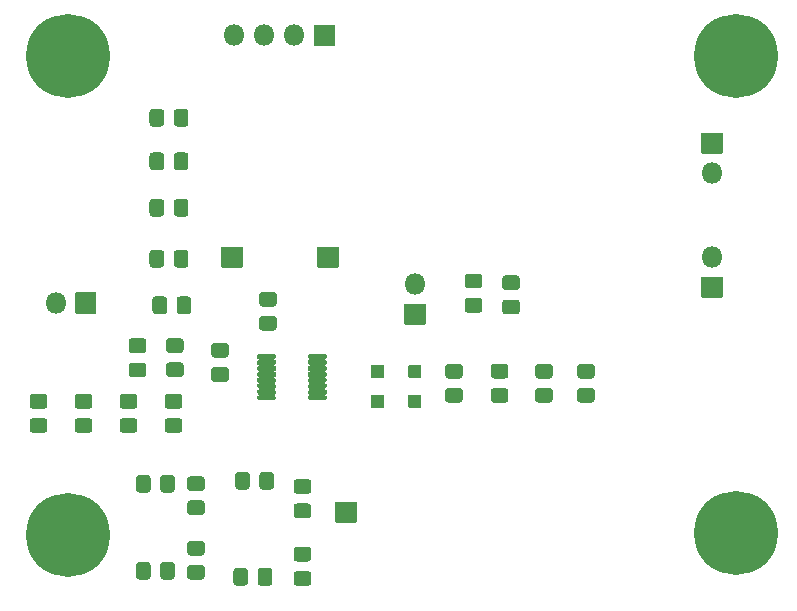
<source format=gbr>
%TF.GenerationSoftware,KiCad,Pcbnew,(5.1.9)-1*%
%TF.CreationDate,2021-07-10T10:04:42-04:00*%
%TF.ProjectId,detector_circuit_alt_LTC6254,64657465-6374-46f7-925f-636972637569,rev?*%
%TF.SameCoordinates,Original*%
%TF.FileFunction,Soldermask,Top*%
%TF.FilePolarity,Negative*%
%FSLAX46Y46*%
G04 Gerber Fmt 4.6, Leading zero omitted, Abs format (unit mm)*
G04 Created by KiCad (PCBNEW (5.1.9)-1) date 2021-07-10 10:04:42*
%MOMM*%
%LPD*%
G01*
G04 APERTURE LIST*
%ADD10C,7.101600*%
%ADD11O,1.801600X1.801600*%
%ADD12C,0.100000*%
G04 APERTURE END LIST*
D10*
%TO.C,REF\u002A\u002A*%
X90170000Y-100457000D03*
%TD*%
%TO.C,REF\u002A\u002A*%
X146685000Y-100457000D03*
%TD*%
%TO.C,REF\u002A\u002A*%
X146685000Y-140843000D03*
%TD*%
%TO.C,TP2*%
G36*
G01*
X103112200Y-118325000D02*
X103112200Y-116625000D01*
G75*
G02*
X103163000Y-116574200I50800J0D01*
G01*
X104863000Y-116574200D01*
G75*
G02*
X104913800Y-116625000I0J-50800D01*
G01*
X104913800Y-118325000D01*
G75*
G02*
X104863000Y-118375800I-50800J0D01*
G01*
X103163000Y-118375800D01*
G75*
G02*
X103112200Y-118325000I0J50800D01*
G01*
G37*
%TD*%
%TO.C,U1*%
G36*
G01*
X110467200Y-125985400D02*
X110467200Y-125784600D01*
G75*
G02*
X110567600Y-125684200I100400J0D01*
G01*
X111918400Y-125684200D01*
G75*
G02*
X112018800Y-125784600I0J-100400D01*
G01*
X112018800Y-125985400D01*
G75*
G02*
X111918400Y-126085800I-100400J0D01*
G01*
X110567600Y-126085800D01*
G75*
G02*
X110467200Y-125985400I0J100400D01*
G01*
G37*
G36*
G01*
X110467200Y-126485400D02*
X110467200Y-126284600D01*
G75*
G02*
X110567600Y-126184200I100400J0D01*
G01*
X111918400Y-126184200D01*
G75*
G02*
X112018800Y-126284600I0J-100400D01*
G01*
X112018800Y-126485400D01*
G75*
G02*
X111918400Y-126585800I-100400J0D01*
G01*
X110567600Y-126585800D01*
G75*
G02*
X110467200Y-126485400I0J100400D01*
G01*
G37*
G36*
G01*
X110467200Y-126985400D02*
X110467200Y-126784600D01*
G75*
G02*
X110567600Y-126684200I100400J0D01*
G01*
X111918400Y-126684200D01*
G75*
G02*
X112018800Y-126784600I0J-100400D01*
G01*
X112018800Y-126985400D01*
G75*
G02*
X111918400Y-127085800I-100400J0D01*
G01*
X110567600Y-127085800D01*
G75*
G02*
X110467200Y-126985400I0J100400D01*
G01*
G37*
G36*
G01*
X110467200Y-127485400D02*
X110467200Y-127284600D01*
G75*
G02*
X110567600Y-127184200I100400J0D01*
G01*
X111918400Y-127184200D01*
G75*
G02*
X112018800Y-127284600I0J-100400D01*
G01*
X112018800Y-127485400D01*
G75*
G02*
X111918400Y-127585800I-100400J0D01*
G01*
X110567600Y-127585800D01*
G75*
G02*
X110467200Y-127485400I0J100400D01*
G01*
G37*
G36*
G01*
X110467200Y-127985400D02*
X110467200Y-127784600D01*
G75*
G02*
X110567600Y-127684200I100400J0D01*
G01*
X111918400Y-127684200D01*
G75*
G02*
X112018800Y-127784600I0J-100400D01*
G01*
X112018800Y-127985400D01*
G75*
G02*
X111918400Y-128085800I-100400J0D01*
G01*
X110567600Y-128085800D01*
G75*
G02*
X110467200Y-127985400I0J100400D01*
G01*
G37*
G36*
G01*
X110467200Y-128485400D02*
X110467200Y-128284600D01*
G75*
G02*
X110567600Y-128184200I100400J0D01*
G01*
X111918400Y-128184200D01*
G75*
G02*
X112018800Y-128284600I0J-100400D01*
G01*
X112018800Y-128485400D01*
G75*
G02*
X111918400Y-128585800I-100400J0D01*
G01*
X110567600Y-128585800D01*
G75*
G02*
X110467200Y-128485400I0J100400D01*
G01*
G37*
G36*
G01*
X110467200Y-128985400D02*
X110467200Y-128784600D01*
G75*
G02*
X110567600Y-128684200I100400J0D01*
G01*
X111918400Y-128684200D01*
G75*
G02*
X112018800Y-128784600I0J-100400D01*
G01*
X112018800Y-128985400D01*
G75*
G02*
X111918400Y-129085800I-100400J0D01*
G01*
X110567600Y-129085800D01*
G75*
G02*
X110467200Y-128985400I0J100400D01*
G01*
G37*
G36*
G01*
X110467200Y-129485400D02*
X110467200Y-129284600D01*
G75*
G02*
X110567600Y-129184200I100400J0D01*
G01*
X111918400Y-129184200D01*
G75*
G02*
X112018800Y-129284600I0J-100400D01*
G01*
X112018800Y-129485400D01*
G75*
G02*
X111918400Y-129585800I-100400J0D01*
G01*
X110567600Y-129585800D01*
G75*
G02*
X110467200Y-129485400I0J100400D01*
G01*
G37*
G36*
G01*
X106167200Y-129485400D02*
X106167200Y-129284600D01*
G75*
G02*
X106267600Y-129184200I100400J0D01*
G01*
X107618400Y-129184200D01*
G75*
G02*
X107718800Y-129284600I0J-100400D01*
G01*
X107718800Y-129485400D01*
G75*
G02*
X107618400Y-129585800I-100400J0D01*
G01*
X106267600Y-129585800D01*
G75*
G02*
X106167200Y-129485400I0J100400D01*
G01*
G37*
G36*
G01*
X106167200Y-128985400D02*
X106167200Y-128784600D01*
G75*
G02*
X106267600Y-128684200I100400J0D01*
G01*
X107618400Y-128684200D01*
G75*
G02*
X107718800Y-128784600I0J-100400D01*
G01*
X107718800Y-128985400D01*
G75*
G02*
X107618400Y-129085800I-100400J0D01*
G01*
X106267600Y-129085800D01*
G75*
G02*
X106167200Y-128985400I0J100400D01*
G01*
G37*
G36*
G01*
X106167200Y-128485400D02*
X106167200Y-128284600D01*
G75*
G02*
X106267600Y-128184200I100400J0D01*
G01*
X107618400Y-128184200D01*
G75*
G02*
X107718800Y-128284600I0J-100400D01*
G01*
X107718800Y-128485400D01*
G75*
G02*
X107618400Y-128585800I-100400J0D01*
G01*
X106267600Y-128585800D01*
G75*
G02*
X106167200Y-128485400I0J100400D01*
G01*
G37*
G36*
G01*
X106167200Y-127985400D02*
X106167200Y-127784600D01*
G75*
G02*
X106267600Y-127684200I100400J0D01*
G01*
X107618400Y-127684200D01*
G75*
G02*
X107718800Y-127784600I0J-100400D01*
G01*
X107718800Y-127985400D01*
G75*
G02*
X107618400Y-128085800I-100400J0D01*
G01*
X106267600Y-128085800D01*
G75*
G02*
X106167200Y-127985400I0J100400D01*
G01*
G37*
G36*
G01*
X106167200Y-127485400D02*
X106167200Y-127284600D01*
G75*
G02*
X106267600Y-127184200I100400J0D01*
G01*
X107618400Y-127184200D01*
G75*
G02*
X107718800Y-127284600I0J-100400D01*
G01*
X107718800Y-127485400D01*
G75*
G02*
X107618400Y-127585800I-100400J0D01*
G01*
X106267600Y-127585800D01*
G75*
G02*
X106167200Y-127485400I0J100400D01*
G01*
G37*
G36*
G01*
X106167200Y-126985400D02*
X106167200Y-126784600D01*
G75*
G02*
X106267600Y-126684200I100400J0D01*
G01*
X107618400Y-126684200D01*
G75*
G02*
X107718800Y-126784600I0J-100400D01*
G01*
X107718800Y-126985400D01*
G75*
G02*
X107618400Y-127085800I-100400J0D01*
G01*
X106267600Y-127085800D01*
G75*
G02*
X106167200Y-126985400I0J100400D01*
G01*
G37*
G36*
G01*
X106167200Y-126485400D02*
X106167200Y-126284600D01*
G75*
G02*
X106267600Y-126184200I100400J0D01*
G01*
X107618400Y-126184200D01*
G75*
G02*
X107718800Y-126284600I0J-100400D01*
G01*
X107718800Y-126485400D01*
G75*
G02*
X107618400Y-126585800I-100400J0D01*
G01*
X106267600Y-126585800D01*
G75*
G02*
X106167200Y-126485400I0J100400D01*
G01*
G37*
G36*
G01*
X106167200Y-125985400D02*
X106167200Y-125784600D01*
G75*
G02*
X106267600Y-125684200I100400J0D01*
G01*
X107618400Y-125684200D01*
G75*
G02*
X107718800Y-125784600I0J-100400D01*
G01*
X107718800Y-125985400D01*
G75*
G02*
X107618400Y-126085800I-100400J0D01*
G01*
X106267600Y-126085800D01*
G75*
G02*
X106167200Y-125985400I0J100400D01*
G01*
G37*
%TD*%
%TO.C,R1*%
G36*
G01*
X107539715Y-121647800D02*
X106582285Y-121647800D01*
G75*
G02*
X106310200Y-121375715I0J272085D01*
G01*
X106310200Y-120668285D01*
G75*
G02*
X106582285Y-120396200I272085J0D01*
G01*
X107539715Y-120396200D01*
G75*
G02*
X107811800Y-120668285I0J-272085D01*
G01*
X107811800Y-121375715D01*
G75*
G02*
X107539715Y-121647800I-272085J0D01*
G01*
G37*
G36*
G01*
X107539715Y-123697800D02*
X106582285Y-123697800D01*
G75*
G02*
X106310200Y-123425715I0J272085D01*
G01*
X106310200Y-122718285D01*
G75*
G02*
X106582285Y-122446200I272085J0D01*
G01*
X107539715Y-122446200D01*
G75*
G02*
X107811800Y-122718285I0J-272085D01*
G01*
X107811800Y-123425715D01*
G75*
G02*
X107539715Y-123697800I-272085J0D01*
G01*
G37*
%TD*%
%TO.C,TP15*%
G36*
G01*
X112764200Y-139915000D02*
X112764200Y-138215000D01*
G75*
G02*
X112815000Y-138164200I50800J0D01*
G01*
X114515000Y-138164200D01*
G75*
G02*
X114565800Y-138215000I0J-50800D01*
G01*
X114565800Y-139915000D01*
G75*
G02*
X114515000Y-139965800I-50800J0D01*
G01*
X112815000Y-139965800D01*
G75*
G02*
X112764200Y-139915000I0J50800D01*
G01*
G37*
%TD*%
%TO.C,R26*%
G36*
G01*
X99656715Y-125575800D02*
X98699285Y-125575800D01*
G75*
G02*
X98427200Y-125303715I0J272085D01*
G01*
X98427200Y-124596285D01*
G75*
G02*
X98699285Y-124324200I272085J0D01*
G01*
X99656715Y-124324200D01*
G75*
G02*
X99928800Y-124596285I0J-272085D01*
G01*
X99928800Y-125303715D01*
G75*
G02*
X99656715Y-125575800I-272085J0D01*
G01*
G37*
G36*
G01*
X99656715Y-127625800D02*
X98699285Y-127625800D01*
G75*
G02*
X98427200Y-127353715I0J272085D01*
G01*
X98427200Y-126646285D01*
G75*
G02*
X98699285Y-126374200I272085J0D01*
G01*
X99656715Y-126374200D01*
G75*
G02*
X99928800Y-126646285I0J-272085D01*
G01*
X99928800Y-127353715D01*
G75*
G02*
X99656715Y-127625800I-272085J0D01*
G01*
G37*
%TD*%
%TO.C,R34*%
G36*
G01*
X95533285Y-126383200D02*
X96490715Y-126383200D01*
G75*
G02*
X96762800Y-126655285I0J-272085D01*
G01*
X96762800Y-127362715D01*
G75*
G02*
X96490715Y-127634800I-272085J0D01*
G01*
X95533285Y-127634800D01*
G75*
G02*
X95261200Y-127362715I0J272085D01*
G01*
X95261200Y-126655285D01*
G75*
G02*
X95533285Y-126383200I272085J0D01*
G01*
G37*
G36*
G01*
X95533285Y-124333200D02*
X96490715Y-124333200D01*
G75*
G02*
X96762800Y-124605285I0J-272085D01*
G01*
X96762800Y-125312715D01*
G75*
G02*
X96490715Y-125584800I-272085J0D01*
G01*
X95533285Y-125584800D01*
G75*
G02*
X95261200Y-125312715I0J272085D01*
G01*
X95261200Y-124605285D01*
G75*
G02*
X95533285Y-124333200I272085J0D01*
G01*
G37*
%TD*%
D11*
%TO.C,JP1*%
X119507000Y-119761000D03*
G36*
G01*
X120407800Y-121451000D02*
X120407800Y-123151000D01*
G75*
G02*
X120357000Y-123201800I-50800J0D01*
G01*
X118657000Y-123201800D01*
G75*
G02*
X118606200Y-123151000I0J50800D01*
G01*
X118606200Y-121451000D01*
G75*
G02*
X118657000Y-121400200I50800J0D01*
G01*
X120357000Y-121400200D01*
G75*
G02*
X120407800Y-121451000I0J-50800D01*
G01*
G37*
%TD*%
%TO.C,R39*%
G36*
G01*
X133506285Y-128542200D02*
X134463715Y-128542200D01*
G75*
G02*
X134735800Y-128814285I0J-272085D01*
G01*
X134735800Y-129521715D01*
G75*
G02*
X134463715Y-129793800I-272085J0D01*
G01*
X133506285Y-129793800D01*
G75*
G02*
X133234200Y-129521715I0J272085D01*
G01*
X133234200Y-128814285D01*
G75*
G02*
X133506285Y-128542200I272085J0D01*
G01*
G37*
G36*
G01*
X133506285Y-126492200D02*
X134463715Y-126492200D01*
G75*
G02*
X134735800Y-126764285I0J-272085D01*
G01*
X134735800Y-127471715D01*
G75*
G02*
X134463715Y-127743800I-272085J0D01*
G01*
X133506285Y-127743800D01*
G75*
G02*
X133234200Y-127471715I0J272085D01*
G01*
X133234200Y-126764285D01*
G75*
G02*
X133506285Y-126492200I272085J0D01*
G01*
G37*
%TD*%
%TO.C,C32*%
G36*
G01*
X97127800Y-136173285D02*
X97127800Y-137130715D01*
G75*
G02*
X96855715Y-137402800I-272085J0D01*
G01*
X96148285Y-137402800D01*
G75*
G02*
X95876200Y-137130715I0J272085D01*
G01*
X95876200Y-136173285D01*
G75*
G02*
X96148285Y-135901200I272085J0D01*
G01*
X96855715Y-135901200D01*
G75*
G02*
X97127800Y-136173285I0J-272085D01*
G01*
G37*
G36*
G01*
X99177800Y-136173285D02*
X99177800Y-137130715D01*
G75*
G02*
X98905715Y-137402800I-272085J0D01*
G01*
X98198285Y-137402800D01*
G75*
G02*
X97926200Y-137130715I0J272085D01*
G01*
X97926200Y-136173285D01*
G75*
G02*
X98198285Y-135901200I272085J0D01*
G01*
X98905715Y-135901200D01*
G75*
G02*
X99177800Y-136173285I0J-272085D01*
G01*
G37*
%TD*%
%TO.C,C27*%
G36*
G01*
X127156285Y-121058200D02*
X128113715Y-121058200D01*
G75*
G02*
X128385800Y-121330285I0J-272085D01*
G01*
X128385800Y-122037715D01*
G75*
G02*
X128113715Y-122309800I-272085J0D01*
G01*
X127156285Y-122309800D01*
G75*
G02*
X126884200Y-122037715I0J272085D01*
G01*
X126884200Y-121330285D01*
G75*
G02*
X127156285Y-121058200I272085J0D01*
G01*
G37*
G36*
G01*
X127156285Y-119008200D02*
X128113715Y-119008200D01*
G75*
G02*
X128385800Y-119280285I0J-272085D01*
G01*
X128385800Y-119987715D01*
G75*
G02*
X128113715Y-120259800I-272085J0D01*
G01*
X127156285Y-120259800D01*
G75*
G02*
X126884200Y-119987715I0J272085D01*
G01*
X126884200Y-119280285D01*
G75*
G02*
X127156285Y-119008200I272085J0D01*
G01*
G37*
%TD*%
%TO.C,C37*%
G36*
G01*
X122330285Y-128542200D02*
X123287715Y-128542200D01*
G75*
G02*
X123559800Y-128814285I0J-272085D01*
G01*
X123559800Y-129521715D01*
G75*
G02*
X123287715Y-129793800I-272085J0D01*
G01*
X122330285Y-129793800D01*
G75*
G02*
X122058200Y-129521715I0J272085D01*
G01*
X122058200Y-128814285D01*
G75*
G02*
X122330285Y-128542200I272085J0D01*
G01*
G37*
G36*
G01*
X122330285Y-126492200D02*
X123287715Y-126492200D01*
G75*
G02*
X123559800Y-126764285I0J-272085D01*
G01*
X123559800Y-127471715D01*
G75*
G02*
X123287715Y-127743800I-272085J0D01*
G01*
X122330285Y-127743800D01*
G75*
G02*
X122058200Y-127471715I0J272085D01*
G01*
X122058200Y-126764285D01*
G75*
G02*
X122330285Y-126492200I272085J0D01*
G01*
G37*
%TD*%
%TO.C,R42*%
G36*
G01*
X123981285Y-120913200D02*
X124938715Y-120913200D01*
G75*
G02*
X125210800Y-121185285I0J-272085D01*
G01*
X125210800Y-121892715D01*
G75*
G02*
X124938715Y-122164800I-272085J0D01*
G01*
X123981285Y-122164800D01*
G75*
G02*
X123709200Y-121892715I0J272085D01*
G01*
X123709200Y-121185285D01*
G75*
G02*
X123981285Y-120913200I272085J0D01*
G01*
G37*
G36*
G01*
X123981285Y-118863200D02*
X124938715Y-118863200D01*
G75*
G02*
X125210800Y-119135285I0J-272085D01*
G01*
X125210800Y-119842715D01*
G75*
G02*
X124938715Y-120114800I-272085J0D01*
G01*
X123981285Y-120114800D01*
G75*
G02*
X123709200Y-119842715I0J272085D01*
G01*
X123709200Y-119135285D01*
G75*
G02*
X123981285Y-118863200I272085J0D01*
G01*
G37*
%TD*%
%TO.C,D2*%
G36*
G01*
X119007000Y-129096200D02*
X120007000Y-129096200D01*
G75*
G02*
X120057800Y-129147000I0J-50800D01*
G01*
X120057800Y-130147000D01*
G75*
G02*
X120007000Y-130197800I-50800J0D01*
G01*
X119007000Y-130197800D01*
G75*
G02*
X118956200Y-130147000I0J50800D01*
G01*
X118956200Y-129147000D01*
G75*
G02*
X119007000Y-129096200I50800J0D01*
G01*
G37*
G36*
G01*
X119007000Y-126596200D02*
X120007000Y-126596200D01*
G75*
G02*
X120057800Y-126647000I0J-50800D01*
G01*
X120057800Y-127647000D01*
G75*
G02*
X120007000Y-127697800I-50800J0D01*
G01*
X119007000Y-127697800D01*
G75*
G02*
X118956200Y-127647000I0J50800D01*
G01*
X118956200Y-126647000D01*
G75*
G02*
X119007000Y-126596200I50800J0D01*
G01*
G37*
%TD*%
%TO.C,TP1*%
G36*
G01*
X111291000Y-116574200D02*
X112991000Y-116574200D01*
G75*
G02*
X113041800Y-116625000I0J-50800D01*
G01*
X113041800Y-118325000D01*
G75*
G02*
X112991000Y-118375800I-50800J0D01*
G01*
X111291000Y-118375800D01*
G75*
G02*
X111240200Y-118325000I0J50800D01*
G01*
X111240200Y-116625000D01*
G75*
G02*
X111291000Y-116574200I50800J0D01*
G01*
G37*
%TD*%
%TO.C,JP5*%
X89090500Y-121348500D03*
G36*
G01*
X90780500Y-120447700D02*
X92480500Y-120447700D01*
G75*
G02*
X92531300Y-120498500I0J-50800D01*
G01*
X92531300Y-122198500D01*
G75*
G02*
X92480500Y-122249300I-50800J0D01*
G01*
X90780500Y-122249300D01*
G75*
G02*
X90729700Y-122198500I0J50800D01*
G01*
X90729700Y-120498500D01*
G75*
G02*
X90780500Y-120447700I50800J0D01*
G01*
G37*
%TD*%
%TO.C,R40*%
G36*
G01*
X99078200Y-109825715D02*
X99078200Y-108868285D01*
G75*
G02*
X99350285Y-108596200I272085J0D01*
G01*
X100057715Y-108596200D01*
G75*
G02*
X100329800Y-108868285I0J-272085D01*
G01*
X100329800Y-109825715D01*
G75*
G02*
X100057715Y-110097800I-272085J0D01*
G01*
X99350285Y-110097800D01*
G75*
G02*
X99078200Y-109825715I0J272085D01*
G01*
G37*
G36*
G01*
X97028200Y-109825715D02*
X97028200Y-108868285D01*
G75*
G02*
X97300285Y-108596200I272085J0D01*
G01*
X98007715Y-108596200D01*
G75*
G02*
X98279800Y-108868285I0J-272085D01*
G01*
X98279800Y-109825715D01*
G75*
G02*
X98007715Y-110097800I-272085J0D01*
G01*
X97300285Y-110097800D01*
G75*
G02*
X97028200Y-109825715I0J272085D01*
G01*
G37*
%TD*%
%TO.C,R36*%
G36*
G01*
X91918715Y-130292800D02*
X90961285Y-130292800D01*
G75*
G02*
X90689200Y-130020715I0J272085D01*
G01*
X90689200Y-129313285D01*
G75*
G02*
X90961285Y-129041200I272085J0D01*
G01*
X91918715Y-129041200D01*
G75*
G02*
X92190800Y-129313285I0J-272085D01*
G01*
X92190800Y-130020715D01*
G75*
G02*
X91918715Y-130292800I-272085J0D01*
G01*
G37*
G36*
G01*
X91918715Y-132342800D02*
X90961285Y-132342800D01*
G75*
G02*
X90689200Y-132070715I0J272085D01*
G01*
X90689200Y-131363285D01*
G75*
G02*
X90961285Y-131091200I272085J0D01*
G01*
X91918715Y-131091200D01*
G75*
G02*
X92190800Y-131363285I0J-272085D01*
G01*
X92190800Y-132070715D01*
G75*
G02*
X91918715Y-132342800I-272085J0D01*
G01*
G37*
%TD*%
%TO.C,R35*%
G36*
G01*
X88108715Y-130292800D02*
X87151285Y-130292800D01*
G75*
G02*
X86879200Y-130020715I0J272085D01*
G01*
X86879200Y-129313285D01*
G75*
G02*
X87151285Y-129041200I272085J0D01*
G01*
X88108715Y-129041200D01*
G75*
G02*
X88380800Y-129313285I0J-272085D01*
G01*
X88380800Y-130020715D01*
G75*
G02*
X88108715Y-130292800I-272085J0D01*
G01*
G37*
G36*
G01*
X88108715Y-132342800D02*
X87151285Y-132342800D01*
G75*
G02*
X86879200Y-132070715I0J272085D01*
G01*
X86879200Y-131363285D01*
G75*
G02*
X87151285Y-131091200I272085J0D01*
G01*
X88108715Y-131091200D01*
G75*
G02*
X88380800Y-131363285I0J-272085D01*
G01*
X88380800Y-132070715D01*
G75*
G02*
X88108715Y-132342800I-272085J0D01*
G01*
G37*
%TD*%
%TO.C,R33*%
G36*
G01*
X107432800Y-144047285D02*
X107432800Y-145004715D01*
G75*
G02*
X107160715Y-145276800I-272085J0D01*
G01*
X106453285Y-145276800D01*
G75*
G02*
X106181200Y-145004715I0J272085D01*
G01*
X106181200Y-144047285D01*
G75*
G02*
X106453285Y-143775200I272085J0D01*
G01*
X107160715Y-143775200D01*
G75*
G02*
X107432800Y-144047285I0J-272085D01*
G01*
G37*
G36*
G01*
X105382800Y-144047285D02*
X105382800Y-145004715D01*
G75*
G02*
X105110715Y-145276800I-272085J0D01*
G01*
X104403285Y-145276800D01*
G75*
G02*
X104131200Y-145004715I0J272085D01*
G01*
X104131200Y-144047285D01*
G75*
G02*
X104403285Y-143775200I272085J0D01*
G01*
X105110715Y-143775200D01*
G75*
G02*
X105382800Y-144047285I0J-272085D01*
G01*
G37*
%TD*%
%TO.C,R32*%
G36*
G01*
X101443715Y-142729800D02*
X100486285Y-142729800D01*
G75*
G02*
X100214200Y-142457715I0J272085D01*
G01*
X100214200Y-141750285D01*
G75*
G02*
X100486285Y-141478200I272085J0D01*
G01*
X101443715Y-141478200D01*
G75*
G02*
X101715800Y-141750285I0J-272085D01*
G01*
X101715800Y-142457715D01*
G75*
G02*
X101443715Y-142729800I-272085J0D01*
G01*
G37*
G36*
G01*
X101443715Y-144779800D02*
X100486285Y-144779800D01*
G75*
G02*
X100214200Y-144507715I0J272085D01*
G01*
X100214200Y-143800285D01*
G75*
G02*
X100486285Y-143528200I272085J0D01*
G01*
X101443715Y-143528200D01*
G75*
G02*
X101715800Y-143800285I0J-272085D01*
G01*
X101715800Y-144507715D01*
G75*
G02*
X101443715Y-144779800I-272085J0D01*
G01*
G37*
%TD*%
%TO.C,R31*%
G36*
G01*
X99078200Y-113762715D02*
X99078200Y-112805285D01*
G75*
G02*
X99350285Y-112533200I272085J0D01*
G01*
X100057715Y-112533200D01*
G75*
G02*
X100329800Y-112805285I0J-272085D01*
G01*
X100329800Y-113762715D01*
G75*
G02*
X100057715Y-114034800I-272085J0D01*
G01*
X99350285Y-114034800D01*
G75*
G02*
X99078200Y-113762715I0J272085D01*
G01*
G37*
G36*
G01*
X97028200Y-113762715D02*
X97028200Y-112805285D01*
G75*
G02*
X97300285Y-112533200I272085J0D01*
G01*
X98007715Y-112533200D01*
G75*
G02*
X98279800Y-112805285I0J-272085D01*
G01*
X98279800Y-113762715D01*
G75*
G02*
X98007715Y-114034800I-272085J0D01*
G01*
X97300285Y-114034800D01*
G75*
G02*
X97028200Y-113762715I0J272085D01*
G01*
G37*
%TD*%
%TO.C,R30*%
G36*
G01*
X126191085Y-128542200D02*
X127148515Y-128542200D01*
G75*
G02*
X127420600Y-128814285I0J-272085D01*
G01*
X127420600Y-129521715D01*
G75*
G02*
X127148515Y-129793800I-272085J0D01*
G01*
X126191085Y-129793800D01*
G75*
G02*
X125919000Y-129521715I0J272085D01*
G01*
X125919000Y-128814285D01*
G75*
G02*
X126191085Y-128542200I272085J0D01*
G01*
G37*
G36*
G01*
X126191085Y-126492200D02*
X127148515Y-126492200D01*
G75*
G02*
X127420600Y-126764285I0J-272085D01*
G01*
X127420600Y-127471715D01*
G75*
G02*
X127148515Y-127743800I-272085J0D01*
G01*
X126191085Y-127743800D01*
G75*
G02*
X125919000Y-127471715I0J272085D01*
G01*
X125919000Y-126764285D01*
G75*
G02*
X126191085Y-126492200I272085J0D01*
G01*
G37*
%TD*%
%TO.C,R27*%
G36*
G01*
X99538715Y-130292800D02*
X98581285Y-130292800D01*
G75*
G02*
X98309200Y-130020715I0J272085D01*
G01*
X98309200Y-129313285D01*
G75*
G02*
X98581285Y-129041200I272085J0D01*
G01*
X99538715Y-129041200D01*
G75*
G02*
X99810800Y-129313285I0J-272085D01*
G01*
X99810800Y-130020715D01*
G75*
G02*
X99538715Y-130292800I-272085J0D01*
G01*
G37*
G36*
G01*
X99538715Y-132342800D02*
X98581285Y-132342800D01*
G75*
G02*
X98309200Y-132070715I0J272085D01*
G01*
X98309200Y-131363285D01*
G75*
G02*
X98581285Y-131091200I272085J0D01*
G01*
X99538715Y-131091200D01*
G75*
G02*
X99810800Y-131363285I0J-272085D01*
G01*
X99810800Y-132070715D01*
G75*
G02*
X99538715Y-132342800I-272085J0D01*
G01*
G37*
%TD*%
%TO.C,R25*%
G36*
G01*
X105527800Y-135919285D02*
X105527800Y-136876715D01*
G75*
G02*
X105255715Y-137148800I-272085J0D01*
G01*
X104548285Y-137148800D01*
G75*
G02*
X104276200Y-136876715I0J272085D01*
G01*
X104276200Y-135919285D01*
G75*
G02*
X104548285Y-135647200I272085J0D01*
G01*
X105255715Y-135647200D01*
G75*
G02*
X105527800Y-135919285I0J-272085D01*
G01*
G37*
G36*
G01*
X107577800Y-135919285D02*
X107577800Y-136876715D01*
G75*
G02*
X107305715Y-137148800I-272085J0D01*
G01*
X106598285Y-137148800D01*
G75*
G02*
X106326200Y-136876715I0J272085D01*
G01*
X106326200Y-135919285D01*
G75*
G02*
X106598285Y-135647200I272085J0D01*
G01*
X107305715Y-135647200D01*
G75*
G02*
X107577800Y-135919285I0J-272085D01*
G01*
G37*
%TD*%
%TO.C,R24*%
G36*
G01*
X100486285Y-138058200D02*
X101443715Y-138058200D01*
G75*
G02*
X101715800Y-138330285I0J-272085D01*
G01*
X101715800Y-139037715D01*
G75*
G02*
X101443715Y-139309800I-272085J0D01*
G01*
X100486285Y-139309800D01*
G75*
G02*
X100214200Y-139037715I0J272085D01*
G01*
X100214200Y-138330285D01*
G75*
G02*
X100486285Y-138058200I272085J0D01*
G01*
G37*
G36*
G01*
X100486285Y-136008200D02*
X101443715Y-136008200D01*
G75*
G02*
X101715800Y-136280285I0J-272085D01*
G01*
X101715800Y-136987715D01*
G75*
G02*
X101443715Y-137259800I-272085J0D01*
G01*
X100486285Y-137259800D01*
G75*
G02*
X100214200Y-136987715I0J272085D01*
G01*
X100214200Y-136280285D01*
G75*
G02*
X100486285Y-136008200I272085J0D01*
G01*
G37*
%TD*%
%TO.C,R17*%
G36*
G01*
X99323200Y-122017715D02*
X99323200Y-121060285D01*
G75*
G02*
X99595285Y-120788200I272085J0D01*
G01*
X100302715Y-120788200D01*
G75*
G02*
X100574800Y-121060285I0J-272085D01*
G01*
X100574800Y-122017715D01*
G75*
G02*
X100302715Y-122289800I-272085J0D01*
G01*
X99595285Y-122289800D01*
G75*
G02*
X99323200Y-122017715I0J272085D01*
G01*
G37*
G36*
G01*
X97273200Y-122017715D02*
X97273200Y-121060285D01*
G75*
G02*
X97545285Y-120788200I272085J0D01*
G01*
X98252715Y-120788200D01*
G75*
G02*
X98524800Y-121060285I0J-272085D01*
G01*
X98524800Y-122017715D01*
G75*
G02*
X98252715Y-122289800I-272085J0D01*
G01*
X97545285Y-122289800D01*
G75*
G02*
X97273200Y-122017715I0J272085D01*
G01*
G37*
%TD*%
%TO.C,R16*%
G36*
G01*
X99078200Y-106142715D02*
X99078200Y-105185285D01*
G75*
G02*
X99350285Y-104913200I272085J0D01*
G01*
X100057715Y-104913200D01*
G75*
G02*
X100329800Y-105185285I0J-272085D01*
G01*
X100329800Y-106142715D01*
G75*
G02*
X100057715Y-106414800I-272085J0D01*
G01*
X99350285Y-106414800D01*
G75*
G02*
X99078200Y-106142715I0J272085D01*
G01*
G37*
G36*
G01*
X97028200Y-106142715D02*
X97028200Y-105185285D01*
G75*
G02*
X97300285Y-104913200I272085J0D01*
G01*
X98007715Y-104913200D01*
G75*
G02*
X98279800Y-105185285I0J-272085D01*
G01*
X98279800Y-106142715D01*
G75*
G02*
X98007715Y-106414800I-272085J0D01*
G01*
X97300285Y-106414800D01*
G75*
G02*
X97028200Y-106142715I0J272085D01*
G01*
G37*
%TD*%
%TO.C,D6*%
G36*
G01*
X115832000Y-129116200D02*
X116832000Y-129116200D01*
G75*
G02*
X116882800Y-129167000I0J-50800D01*
G01*
X116882800Y-130167000D01*
G75*
G02*
X116832000Y-130217800I-50800J0D01*
G01*
X115832000Y-130217800D01*
G75*
G02*
X115781200Y-130167000I0J50800D01*
G01*
X115781200Y-129167000D01*
G75*
G02*
X115832000Y-129116200I50800J0D01*
G01*
G37*
G36*
G01*
X115832000Y-126616200D02*
X116832000Y-126616200D01*
G75*
G02*
X116882800Y-126667000I0J-50800D01*
G01*
X116882800Y-127667000D01*
G75*
G02*
X116832000Y-127717800I-50800J0D01*
G01*
X115832000Y-127717800D01*
G75*
G02*
X115781200Y-127667000I0J50800D01*
G01*
X115781200Y-126667000D01*
G75*
G02*
X115832000Y-126616200I50800J0D01*
G01*
G37*
%TD*%
%TO.C,C39*%
G36*
G01*
X103475715Y-125974800D02*
X102518285Y-125974800D01*
G75*
G02*
X102246200Y-125702715I0J272085D01*
G01*
X102246200Y-124995285D01*
G75*
G02*
X102518285Y-124723200I272085J0D01*
G01*
X103475715Y-124723200D01*
G75*
G02*
X103747800Y-124995285I0J-272085D01*
G01*
X103747800Y-125702715D01*
G75*
G02*
X103475715Y-125974800I-272085J0D01*
G01*
G37*
G36*
G01*
X103475715Y-128024800D02*
X102518285Y-128024800D01*
G75*
G02*
X102246200Y-127752715I0J272085D01*
G01*
X102246200Y-127045285D01*
G75*
G02*
X102518285Y-126773200I272085J0D01*
G01*
X103475715Y-126773200D01*
G75*
G02*
X103747800Y-127045285I0J-272085D01*
G01*
X103747800Y-127752715D01*
G75*
G02*
X103475715Y-128024800I-272085J0D01*
G01*
G37*
%TD*%
%TO.C,C36*%
G36*
G01*
X95728715Y-130292800D02*
X94771285Y-130292800D01*
G75*
G02*
X94499200Y-130020715I0J272085D01*
G01*
X94499200Y-129313285D01*
G75*
G02*
X94771285Y-129041200I272085J0D01*
G01*
X95728715Y-129041200D01*
G75*
G02*
X96000800Y-129313285I0J-272085D01*
G01*
X96000800Y-130020715D01*
G75*
G02*
X95728715Y-130292800I-272085J0D01*
G01*
G37*
G36*
G01*
X95728715Y-132342800D02*
X94771285Y-132342800D01*
G75*
G02*
X94499200Y-132070715I0J272085D01*
G01*
X94499200Y-131363285D01*
G75*
G02*
X94771285Y-131091200I272085J0D01*
G01*
X95728715Y-131091200D01*
G75*
G02*
X96000800Y-131363285I0J-272085D01*
G01*
X96000800Y-132070715D01*
G75*
G02*
X95728715Y-132342800I-272085J0D01*
G01*
G37*
%TD*%
%TO.C,C33*%
G36*
G01*
X110460715Y-137513800D02*
X109503285Y-137513800D01*
G75*
G02*
X109231200Y-137241715I0J272085D01*
G01*
X109231200Y-136534285D01*
G75*
G02*
X109503285Y-136262200I272085J0D01*
G01*
X110460715Y-136262200D01*
G75*
G02*
X110732800Y-136534285I0J-272085D01*
G01*
X110732800Y-137241715D01*
G75*
G02*
X110460715Y-137513800I-272085J0D01*
G01*
G37*
G36*
G01*
X110460715Y-139563800D02*
X109503285Y-139563800D01*
G75*
G02*
X109231200Y-139291715I0J272085D01*
G01*
X109231200Y-138584285D01*
G75*
G02*
X109503285Y-138312200I272085J0D01*
G01*
X110460715Y-138312200D01*
G75*
G02*
X110732800Y-138584285I0J-272085D01*
G01*
X110732800Y-139291715D01*
G75*
G02*
X110460715Y-139563800I-272085J0D01*
G01*
G37*
%TD*%
%TO.C,C31*%
G36*
G01*
X99078200Y-118080715D02*
X99078200Y-117123285D01*
G75*
G02*
X99350285Y-116851200I272085J0D01*
G01*
X100057715Y-116851200D01*
G75*
G02*
X100329800Y-117123285I0J-272085D01*
G01*
X100329800Y-118080715D01*
G75*
G02*
X100057715Y-118352800I-272085J0D01*
G01*
X99350285Y-118352800D01*
G75*
G02*
X99078200Y-118080715I0J272085D01*
G01*
G37*
G36*
G01*
X97028200Y-118080715D02*
X97028200Y-117123285D01*
G75*
G02*
X97300285Y-116851200I272085J0D01*
G01*
X98007715Y-116851200D01*
G75*
G02*
X98279800Y-117123285I0J-272085D01*
G01*
X98279800Y-118080715D01*
G75*
G02*
X98007715Y-118352800I-272085J0D01*
G01*
X97300285Y-118352800D01*
G75*
G02*
X97028200Y-118080715I0J272085D01*
G01*
G37*
%TD*%
%TO.C,C19*%
G36*
G01*
X129950285Y-128542200D02*
X130907715Y-128542200D01*
G75*
G02*
X131179800Y-128814285I0J-272085D01*
G01*
X131179800Y-129521715D01*
G75*
G02*
X130907715Y-129793800I-272085J0D01*
G01*
X129950285Y-129793800D01*
G75*
G02*
X129678200Y-129521715I0J272085D01*
G01*
X129678200Y-128814285D01*
G75*
G02*
X129950285Y-128542200I272085J0D01*
G01*
G37*
G36*
G01*
X129950285Y-126492200D02*
X130907715Y-126492200D01*
G75*
G02*
X131179800Y-126764285I0J-272085D01*
G01*
X131179800Y-127471715D01*
G75*
G02*
X130907715Y-127743800I-272085J0D01*
G01*
X129950285Y-127743800D01*
G75*
G02*
X129678200Y-127471715I0J272085D01*
G01*
X129678200Y-126764285D01*
G75*
G02*
X129950285Y-126492200I272085J0D01*
G01*
G37*
%TD*%
%TO.C,C18*%
G36*
G01*
X109503285Y-141986200D02*
X110460715Y-141986200D01*
G75*
G02*
X110732800Y-142258285I0J-272085D01*
G01*
X110732800Y-142965715D01*
G75*
G02*
X110460715Y-143237800I-272085J0D01*
G01*
X109503285Y-143237800D01*
G75*
G02*
X109231200Y-142965715I0J272085D01*
G01*
X109231200Y-142258285D01*
G75*
G02*
X109503285Y-141986200I272085J0D01*
G01*
G37*
G36*
G01*
X109503285Y-144036200D02*
X110460715Y-144036200D01*
G75*
G02*
X110732800Y-144308285I0J-272085D01*
G01*
X110732800Y-145015715D01*
G75*
G02*
X110460715Y-145287800I-272085J0D01*
G01*
X109503285Y-145287800D01*
G75*
G02*
X109231200Y-145015715I0J272085D01*
G01*
X109231200Y-144308285D01*
G75*
G02*
X109503285Y-144036200I272085J0D01*
G01*
G37*
%TD*%
%TO.C,C17*%
G36*
G01*
X97127800Y-143539285D02*
X97127800Y-144496715D01*
G75*
G02*
X96855715Y-144768800I-272085J0D01*
G01*
X96148285Y-144768800D01*
G75*
G02*
X95876200Y-144496715I0J272085D01*
G01*
X95876200Y-143539285D01*
G75*
G02*
X96148285Y-143267200I272085J0D01*
G01*
X96855715Y-143267200D01*
G75*
G02*
X97127800Y-143539285I0J-272085D01*
G01*
G37*
G36*
G01*
X99177800Y-143539285D02*
X99177800Y-144496715D01*
G75*
G02*
X98905715Y-144768800I-272085J0D01*
G01*
X98198285Y-144768800D01*
G75*
G02*
X97926200Y-144496715I0J272085D01*
G01*
X97926200Y-143539285D01*
G75*
G02*
X98198285Y-143267200I272085J0D01*
G01*
X98905715Y-143267200D01*
G75*
G02*
X99177800Y-143539285I0J-272085D01*
G01*
G37*
%TD*%
%TO.C,J3*%
X104203500Y-98679000D03*
X106743500Y-98679000D03*
X109283500Y-98679000D03*
G36*
G01*
X110973500Y-97778200D02*
X112673500Y-97778200D01*
G75*
G02*
X112724300Y-97829000I0J-50800D01*
G01*
X112724300Y-99529000D01*
G75*
G02*
X112673500Y-99579800I-50800J0D01*
G01*
X110973500Y-99579800D01*
G75*
G02*
X110922700Y-99529000I0J50800D01*
G01*
X110922700Y-97829000D01*
G75*
G02*
X110973500Y-97778200I50800J0D01*
G01*
G37*
%TD*%
%TO.C,J2*%
X144653000Y-117475000D03*
G36*
G01*
X145553800Y-119165000D02*
X145553800Y-120865000D01*
G75*
G02*
X145503000Y-120915800I-50800J0D01*
G01*
X143803000Y-120915800D01*
G75*
G02*
X143752200Y-120865000I0J50800D01*
G01*
X143752200Y-119165000D01*
G75*
G02*
X143803000Y-119114200I50800J0D01*
G01*
X145503000Y-119114200D01*
G75*
G02*
X145553800Y-119165000I0J-50800D01*
G01*
G37*
%TD*%
%TO.C,J1*%
X144653000Y-110363000D03*
G36*
G01*
X143752200Y-108673000D02*
X143752200Y-106973000D01*
G75*
G02*
X143803000Y-106922200I50800J0D01*
G01*
X145503000Y-106922200D01*
G75*
G02*
X145553800Y-106973000I0J-50800D01*
G01*
X145553800Y-108673000D01*
G75*
G02*
X145503000Y-108723800I-50800J0D01*
G01*
X143803000Y-108723800D01*
G75*
G02*
X143752200Y-108673000I0J50800D01*
G01*
G37*
%TD*%
D10*
%TO.C,REF\u002A\u002A*%
X90170000Y-140970000D03*
%TD*%
D12*
G36*
X112019965Y-128983774D02*
G01*
X112020800Y-128985400D01*
X112020800Y-129008169D01*
X112020790Y-129008365D01*
X112019107Y-129025458D01*
X112019031Y-129025843D01*
X112014767Y-129039901D01*
X112014617Y-129040263D01*
X112007699Y-129053204D01*
X112007481Y-129053530D01*
X111998162Y-129064885D01*
X111997885Y-129065162D01*
X111986530Y-129074481D01*
X111986204Y-129074699D01*
X111973263Y-129081617D01*
X111972901Y-129081767D01*
X111958843Y-129086031D01*
X111958458Y-129086107D01*
X111952193Y-129086724D01*
X111942764Y-129088599D01*
X111933983Y-129092237D01*
X111926079Y-129097517D01*
X111919359Y-129104237D01*
X111914078Y-129112141D01*
X111910441Y-129120922D01*
X111908585Y-129130249D01*
X111908585Y-129139750D01*
X111910440Y-129149077D01*
X111914078Y-129157858D01*
X111919358Y-129165762D01*
X111926078Y-129172482D01*
X111933982Y-129177763D01*
X111942763Y-129181400D01*
X111952193Y-129183276D01*
X111958458Y-129183893D01*
X111958843Y-129183969D01*
X111972901Y-129188233D01*
X111973263Y-129188383D01*
X111986204Y-129195301D01*
X111986530Y-129195519D01*
X111997885Y-129204838D01*
X111998162Y-129205115D01*
X112007481Y-129216470D01*
X112007699Y-129216796D01*
X112014617Y-129229737D01*
X112014767Y-129230099D01*
X112019031Y-129244157D01*
X112019107Y-129244542D01*
X112020790Y-129261635D01*
X112020800Y-129261831D01*
X112020800Y-129284600D01*
X112019800Y-129286332D01*
X112017800Y-129286332D01*
X112016810Y-129284796D01*
X112014901Y-129265408D01*
X112009301Y-129246948D01*
X112000209Y-129229937D01*
X111987973Y-129215027D01*
X111973063Y-129202791D01*
X111956052Y-129193699D01*
X111937592Y-129188099D01*
X111918306Y-129186200D01*
X110567694Y-129186200D01*
X110548408Y-129188099D01*
X110529948Y-129193699D01*
X110512937Y-129202791D01*
X110498027Y-129215027D01*
X110485791Y-129229937D01*
X110476699Y-129246948D01*
X110471099Y-129265408D01*
X110469190Y-129284796D01*
X110468025Y-129286422D01*
X110466035Y-129286226D01*
X110465200Y-129284600D01*
X110465200Y-129261831D01*
X110465210Y-129261635D01*
X110466893Y-129244542D01*
X110466969Y-129244157D01*
X110471233Y-129230099D01*
X110471383Y-129229737D01*
X110478301Y-129216796D01*
X110478519Y-129216470D01*
X110487838Y-129205115D01*
X110488115Y-129204838D01*
X110499470Y-129195519D01*
X110499796Y-129195301D01*
X110512737Y-129188383D01*
X110513099Y-129188233D01*
X110527157Y-129183969D01*
X110527542Y-129183893D01*
X110533807Y-129183276D01*
X110543236Y-129181401D01*
X110552017Y-129177763D01*
X110559921Y-129172483D01*
X110566641Y-129165763D01*
X110571922Y-129157859D01*
X110575559Y-129149078D01*
X110577415Y-129139751D01*
X110577415Y-129130250D01*
X110575560Y-129120923D01*
X110571922Y-129112142D01*
X110566642Y-129104238D01*
X110559922Y-129097518D01*
X110552018Y-129092237D01*
X110543237Y-129088600D01*
X110533807Y-129086724D01*
X110527542Y-129086107D01*
X110527157Y-129086031D01*
X110513099Y-129081767D01*
X110512737Y-129081617D01*
X110499796Y-129074699D01*
X110499470Y-129074481D01*
X110488115Y-129065162D01*
X110487838Y-129064885D01*
X110478519Y-129053530D01*
X110478301Y-129053204D01*
X110471383Y-129040263D01*
X110471233Y-129039901D01*
X110466969Y-129025843D01*
X110466893Y-129025458D01*
X110465210Y-129008365D01*
X110465200Y-129008169D01*
X110465200Y-128985400D01*
X110466200Y-128983668D01*
X110468200Y-128983668D01*
X110469190Y-128985204D01*
X110471099Y-129004592D01*
X110476699Y-129023052D01*
X110485791Y-129040063D01*
X110498027Y-129054973D01*
X110512937Y-129067209D01*
X110529948Y-129076301D01*
X110548408Y-129081901D01*
X110567694Y-129083800D01*
X111918306Y-129083800D01*
X111937592Y-129081901D01*
X111956052Y-129076301D01*
X111973063Y-129067209D01*
X111987973Y-129054973D01*
X112000209Y-129040063D01*
X112009301Y-129023052D01*
X112014901Y-129004592D01*
X112016810Y-128985204D01*
X112017975Y-128983578D01*
X112019965Y-128983774D01*
G37*
G36*
X107719965Y-128983774D02*
G01*
X107720800Y-128985400D01*
X107720800Y-129008169D01*
X107720790Y-129008365D01*
X107719107Y-129025458D01*
X107719031Y-129025843D01*
X107714767Y-129039901D01*
X107714617Y-129040263D01*
X107707699Y-129053204D01*
X107707481Y-129053530D01*
X107698162Y-129064885D01*
X107697885Y-129065162D01*
X107686530Y-129074481D01*
X107686204Y-129074699D01*
X107673263Y-129081617D01*
X107672901Y-129081767D01*
X107658843Y-129086031D01*
X107658458Y-129086107D01*
X107652193Y-129086724D01*
X107642764Y-129088599D01*
X107633983Y-129092237D01*
X107626079Y-129097517D01*
X107619359Y-129104237D01*
X107614078Y-129112141D01*
X107610441Y-129120922D01*
X107608585Y-129130249D01*
X107608585Y-129139750D01*
X107610440Y-129149077D01*
X107614078Y-129157858D01*
X107619358Y-129165762D01*
X107626078Y-129172482D01*
X107633982Y-129177763D01*
X107642763Y-129181400D01*
X107652193Y-129183276D01*
X107658458Y-129183893D01*
X107658843Y-129183969D01*
X107672901Y-129188233D01*
X107673263Y-129188383D01*
X107686204Y-129195301D01*
X107686530Y-129195519D01*
X107697885Y-129204838D01*
X107698162Y-129205115D01*
X107707481Y-129216470D01*
X107707699Y-129216796D01*
X107714617Y-129229737D01*
X107714767Y-129230099D01*
X107719031Y-129244157D01*
X107719107Y-129244542D01*
X107720790Y-129261635D01*
X107720800Y-129261831D01*
X107720800Y-129284600D01*
X107719800Y-129286332D01*
X107717800Y-129286332D01*
X107716810Y-129284796D01*
X107714901Y-129265408D01*
X107709301Y-129246948D01*
X107700209Y-129229937D01*
X107687973Y-129215027D01*
X107673063Y-129202791D01*
X107656052Y-129193699D01*
X107637592Y-129188099D01*
X107618306Y-129186200D01*
X106267694Y-129186200D01*
X106248408Y-129188099D01*
X106229948Y-129193699D01*
X106212937Y-129202791D01*
X106198027Y-129215027D01*
X106185791Y-129229937D01*
X106176699Y-129246948D01*
X106171099Y-129265408D01*
X106169190Y-129284796D01*
X106168025Y-129286422D01*
X106166035Y-129286226D01*
X106165200Y-129284600D01*
X106165200Y-129261831D01*
X106165210Y-129261635D01*
X106166893Y-129244542D01*
X106166969Y-129244157D01*
X106171233Y-129230099D01*
X106171383Y-129229737D01*
X106178301Y-129216796D01*
X106178519Y-129216470D01*
X106187838Y-129205115D01*
X106188115Y-129204838D01*
X106199470Y-129195519D01*
X106199796Y-129195301D01*
X106212737Y-129188383D01*
X106213099Y-129188233D01*
X106227157Y-129183969D01*
X106227542Y-129183893D01*
X106233807Y-129183276D01*
X106243236Y-129181401D01*
X106252017Y-129177763D01*
X106259921Y-129172483D01*
X106266641Y-129165763D01*
X106271922Y-129157859D01*
X106275559Y-129149078D01*
X106277415Y-129139751D01*
X106277415Y-129130250D01*
X106275560Y-129120923D01*
X106271922Y-129112142D01*
X106266642Y-129104238D01*
X106259922Y-129097518D01*
X106252018Y-129092237D01*
X106243237Y-129088600D01*
X106233807Y-129086724D01*
X106227542Y-129086107D01*
X106227157Y-129086031D01*
X106213099Y-129081767D01*
X106212737Y-129081617D01*
X106199796Y-129074699D01*
X106199470Y-129074481D01*
X106188115Y-129065162D01*
X106187838Y-129064885D01*
X106178519Y-129053530D01*
X106178301Y-129053204D01*
X106171383Y-129040263D01*
X106171233Y-129039901D01*
X106166969Y-129025843D01*
X106166893Y-129025458D01*
X106165210Y-129008365D01*
X106165200Y-129008169D01*
X106165200Y-128985400D01*
X106166200Y-128983668D01*
X106168200Y-128983668D01*
X106169190Y-128985204D01*
X106171099Y-129004592D01*
X106176699Y-129023052D01*
X106185791Y-129040063D01*
X106198027Y-129054973D01*
X106212937Y-129067209D01*
X106229948Y-129076301D01*
X106248408Y-129081901D01*
X106267694Y-129083800D01*
X107618306Y-129083800D01*
X107637592Y-129081901D01*
X107656052Y-129076301D01*
X107673063Y-129067209D01*
X107687973Y-129054973D01*
X107700209Y-129040063D01*
X107709301Y-129023052D01*
X107714901Y-129004592D01*
X107716810Y-128985204D01*
X107717975Y-128983578D01*
X107719965Y-128983774D01*
G37*
G36*
X107719965Y-128483774D02*
G01*
X107720800Y-128485400D01*
X107720800Y-128508169D01*
X107720790Y-128508365D01*
X107719107Y-128525458D01*
X107719031Y-128525843D01*
X107714767Y-128539901D01*
X107714617Y-128540263D01*
X107707699Y-128553204D01*
X107707481Y-128553530D01*
X107698162Y-128564885D01*
X107697885Y-128565162D01*
X107686530Y-128574481D01*
X107686204Y-128574699D01*
X107673263Y-128581617D01*
X107672901Y-128581767D01*
X107658843Y-128586031D01*
X107658458Y-128586107D01*
X107652193Y-128586724D01*
X107642764Y-128588599D01*
X107633983Y-128592237D01*
X107626079Y-128597517D01*
X107619359Y-128604237D01*
X107614078Y-128612141D01*
X107610441Y-128620922D01*
X107608585Y-128630249D01*
X107608585Y-128639750D01*
X107610440Y-128649077D01*
X107614078Y-128657858D01*
X107619358Y-128665762D01*
X107626078Y-128672482D01*
X107633982Y-128677763D01*
X107642763Y-128681400D01*
X107652193Y-128683276D01*
X107658458Y-128683893D01*
X107658843Y-128683969D01*
X107672901Y-128688233D01*
X107673263Y-128688383D01*
X107686204Y-128695301D01*
X107686530Y-128695519D01*
X107697885Y-128704838D01*
X107698162Y-128705115D01*
X107707481Y-128716470D01*
X107707699Y-128716796D01*
X107714617Y-128729737D01*
X107714767Y-128730099D01*
X107719031Y-128744157D01*
X107719107Y-128744542D01*
X107720790Y-128761635D01*
X107720800Y-128761831D01*
X107720800Y-128784600D01*
X107719800Y-128786332D01*
X107717800Y-128786332D01*
X107716810Y-128784796D01*
X107714901Y-128765408D01*
X107709301Y-128746948D01*
X107700209Y-128729937D01*
X107687973Y-128715027D01*
X107673063Y-128702791D01*
X107656052Y-128693699D01*
X107637592Y-128688099D01*
X107618306Y-128686200D01*
X106267694Y-128686200D01*
X106248408Y-128688099D01*
X106229948Y-128693699D01*
X106212937Y-128702791D01*
X106198027Y-128715027D01*
X106185791Y-128729937D01*
X106176699Y-128746948D01*
X106171099Y-128765408D01*
X106169190Y-128784796D01*
X106168025Y-128786422D01*
X106166035Y-128786226D01*
X106165200Y-128784600D01*
X106165200Y-128761831D01*
X106165210Y-128761635D01*
X106166893Y-128744542D01*
X106166969Y-128744157D01*
X106171233Y-128730099D01*
X106171383Y-128729737D01*
X106178301Y-128716796D01*
X106178519Y-128716470D01*
X106187838Y-128705115D01*
X106188115Y-128704838D01*
X106199470Y-128695519D01*
X106199796Y-128695301D01*
X106212737Y-128688383D01*
X106213099Y-128688233D01*
X106227157Y-128683969D01*
X106227542Y-128683893D01*
X106233807Y-128683276D01*
X106243236Y-128681401D01*
X106252017Y-128677763D01*
X106259921Y-128672483D01*
X106266641Y-128665763D01*
X106271922Y-128657859D01*
X106275559Y-128649078D01*
X106277415Y-128639751D01*
X106277415Y-128630250D01*
X106275560Y-128620923D01*
X106271922Y-128612142D01*
X106266642Y-128604238D01*
X106259922Y-128597518D01*
X106252018Y-128592237D01*
X106243237Y-128588600D01*
X106233807Y-128586724D01*
X106227542Y-128586107D01*
X106227157Y-128586031D01*
X106213099Y-128581767D01*
X106212737Y-128581617D01*
X106199796Y-128574699D01*
X106199470Y-128574481D01*
X106188115Y-128565162D01*
X106187838Y-128564885D01*
X106178519Y-128553530D01*
X106178301Y-128553204D01*
X106171383Y-128540263D01*
X106171233Y-128539901D01*
X106166969Y-128525843D01*
X106166893Y-128525458D01*
X106165210Y-128508365D01*
X106165200Y-128508169D01*
X106165200Y-128485400D01*
X106166200Y-128483668D01*
X106168200Y-128483668D01*
X106169190Y-128485204D01*
X106171099Y-128504592D01*
X106176699Y-128523052D01*
X106185791Y-128540063D01*
X106198027Y-128554973D01*
X106212937Y-128567209D01*
X106229948Y-128576301D01*
X106248408Y-128581901D01*
X106267694Y-128583800D01*
X107618306Y-128583800D01*
X107637592Y-128581901D01*
X107656052Y-128576301D01*
X107673063Y-128567209D01*
X107687973Y-128554973D01*
X107700209Y-128540063D01*
X107709301Y-128523052D01*
X107714901Y-128504592D01*
X107716810Y-128485204D01*
X107717975Y-128483578D01*
X107719965Y-128483774D01*
G37*
G36*
X112019965Y-128483774D02*
G01*
X112020800Y-128485400D01*
X112020800Y-128508169D01*
X112020790Y-128508365D01*
X112019107Y-128525458D01*
X112019031Y-128525843D01*
X112014767Y-128539901D01*
X112014617Y-128540263D01*
X112007699Y-128553204D01*
X112007481Y-128553530D01*
X111998162Y-128564885D01*
X111997885Y-128565162D01*
X111986530Y-128574481D01*
X111986204Y-128574699D01*
X111973263Y-128581617D01*
X111972901Y-128581767D01*
X111958843Y-128586031D01*
X111958458Y-128586107D01*
X111952193Y-128586724D01*
X111942764Y-128588599D01*
X111933983Y-128592237D01*
X111926079Y-128597517D01*
X111919359Y-128604237D01*
X111914078Y-128612141D01*
X111910441Y-128620922D01*
X111908585Y-128630249D01*
X111908585Y-128639750D01*
X111910440Y-128649077D01*
X111914078Y-128657858D01*
X111919358Y-128665762D01*
X111926078Y-128672482D01*
X111933982Y-128677763D01*
X111942763Y-128681400D01*
X111952193Y-128683276D01*
X111958458Y-128683893D01*
X111958843Y-128683969D01*
X111972901Y-128688233D01*
X111973263Y-128688383D01*
X111986204Y-128695301D01*
X111986530Y-128695519D01*
X111997885Y-128704838D01*
X111998162Y-128705115D01*
X112007481Y-128716470D01*
X112007699Y-128716796D01*
X112014617Y-128729737D01*
X112014767Y-128730099D01*
X112019031Y-128744157D01*
X112019107Y-128744542D01*
X112020790Y-128761635D01*
X112020800Y-128761831D01*
X112020800Y-128784600D01*
X112019800Y-128786332D01*
X112017800Y-128786332D01*
X112016810Y-128784796D01*
X112014901Y-128765408D01*
X112009301Y-128746948D01*
X112000209Y-128729937D01*
X111987973Y-128715027D01*
X111973063Y-128702791D01*
X111956052Y-128693699D01*
X111937592Y-128688099D01*
X111918306Y-128686200D01*
X110567694Y-128686200D01*
X110548408Y-128688099D01*
X110529948Y-128693699D01*
X110512937Y-128702791D01*
X110498027Y-128715027D01*
X110485791Y-128729937D01*
X110476699Y-128746948D01*
X110471099Y-128765408D01*
X110469190Y-128784796D01*
X110468025Y-128786422D01*
X110466035Y-128786226D01*
X110465200Y-128784600D01*
X110465200Y-128761831D01*
X110465210Y-128761635D01*
X110466893Y-128744542D01*
X110466969Y-128744157D01*
X110471233Y-128730099D01*
X110471383Y-128729737D01*
X110478301Y-128716796D01*
X110478519Y-128716470D01*
X110487838Y-128705115D01*
X110488115Y-128704838D01*
X110499470Y-128695519D01*
X110499796Y-128695301D01*
X110512737Y-128688383D01*
X110513099Y-128688233D01*
X110527157Y-128683969D01*
X110527542Y-128683893D01*
X110533807Y-128683276D01*
X110543236Y-128681401D01*
X110552017Y-128677763D01*
X110559921Y-128672483D01*
X110566641Y-128665763D01*
X110571922Y-128657859D01*
X110575559Y-128649078D01*
X110577415Y-128639751D01*
X110577415Y-128630250D01*
X110575560Y-128620923D01*
X110571922Y-128612142D01*
X110566642Y-128604238D01*
X110559922Y-128597518D01*
X110552018Y-128592237D01*
X110543237Y-128588600D01*
X110533807Y-128586724D01*
X110527542Y-128586107D01*
X110527157Y-128586031D01*
X110513099Y-128581767D01*
X110512737Y-128581617D01*
X110499796Y-128574699D01*
X110499470Y-128574481D01*
X110488115Y-128565162D01*
X110487838Y-128564885D01*
X110478519Y-128553530D01*
X110478301Y-128553204D01*
X110471383Y-128540263D01*
X110471233Y-128539901D01*
X110466969Y-128525843D01*
X110466893Y-128525458D01*
X110465210Y-128508365D01*
X110465200Y-128508169D01*
X110465200Y-128485400D01*
X110466200Y-128483668D01*
X110468200Y-128483668D01*
X110469190Y-128485204D01*
X110471099Y-128504592D01*
X110476699Y-128523052D01*
X110485791Y-128540063D01*
X110498027Y-128554973D01*
X110512937Y-128567209D01*
X110529948Y-128576301D01*
X110548408Y-128581901D01*
X110567694Y-128583800D01*
X111918306Y-128583800D01*
X111937592Y-128581901D01*
X111956052Y-128576301D01*
X111973063Y-128567209D01*
X111987973Y-128554973D01*
X112000209Y-128540063D01*
X112009301Y-128523052D01*
X112014901Y-128504592D01*
X112016810Y-128485204D01*
X112017975Y-128483578D01*
X112019965Y-128483774D01*
G37*
G36*
X112019965Y-127983774D02*
G01*
X112020800Y-127985400D01*
X112020800Y-128008169D01*
X112020790Y-128008365D01*
X112019107Y-128025458D01*
X112019031Y-128025843D01*
X112014767Y-128039901D01*
X112014617Y-128040263D01*
X112007699Y-128053204D01*
X112007481Y-128053530D01*
X111998162Y-128064885D01*
X111997885Y-128065162D01*
X111986530Y-128074481D01*
X111986204Y-128074699D01*
X111973263Y-128081617D01*
X111972901Y-128081767D01*
X111958843Y-128086031D01*
X111958458Y-128086107D01*
X111952193Y-128086724D01*
X111942764Y-128088599D01*
X111933983Y-128092237D01*
X111926079Y-128097517D01*
X111919359Y-128104237D01*
X111914078Y-128112141D01*
X111910441Y-128120922D01*
X111908585Y-128130249D01*
X111908585Y-128139750D01*
X111910440Y-128149077D01*
X111914078Y-128157858D01*
X111919358Y-128165762D01*
X111926078Y-128172482D01*
X111933982Y-128177763D01*
X111942763Y-128181400D01*
X111952193Y-128183276D01*
X111958458Y-128183893D01*
X111958843Y-128183969D01*
X111972901Y-128188233D01*
X111973263Y-128188383D01*
X111986204Y-128195301D01*
X111986530Y-128195519D01*
X111997885Y-128204838D01*
X111998162Y-128205115D01*
X112007481Y-128216470D01*
X112007699Y-128216796D01*
X112014617Y-128229737D01*
X112014767Y-128230099D01*
X112019031Y-128244157D01*
X112019107Y-128244542D01*
X112020790Y-128261635D01*
X112020800Y-128261831D01*
X112020800Y-128284600D01*
X112019800Y-128286332D01*
X112017800Y-128286332D01*
X112016810Y-128284796D01*
X112014901Y-128265408D01*
X112009301Y-128246948D01*
X112000209Y-128229937D01*
X111987973Y-128215027D01*
X111973063Y-128202791D01*
X111956052Y-128193699D01*
X111937592Y-128188099D01*
X111918306Y-128186200D01*
X110567694Y-128186200D01*
X110548408Y-128188099D01*
X110529948Y-128193699D01*
X110512937Y-128202791D01*
X110498027Y-128215027D01*
X110485791Y-128229937D01*
X110476699Y-128246948D01*
X110471099Y-128265408D01*
X110469190Y-128284796D01*
X110468025Y-128286422D01*
X110466035Y-128286226D01*
X110465200Y-128284600D01*
X110465200Y-128261831D01*
X110465210Y-128261635D01*
X110466893Y-128244542D01*
X110466969Y-128244157D01*
X110471233Y-128230099D01*
X110471383Y-128229737D01*
X110478301Y-128216796D01*
X110478519Y-128216470D01*
X110487838Y-128205115D01*
X110488115Y-128204838D01*
X110499470Y-128195519D01*
X110499796Y-128195301D01*
X110512737Y-128188383D01*
X110513099Y-128188233D01*
X110527157Y-128183969D01*
X110527542Y-128183893D01*
X110533807Y-128183276D01*
X110543236Y-128181401D01*
X110552017Y-128177763D01*
X110559921Y-128172483D01*
X110566641Y-128165763D01*
X110571922Y-128157859D01*
X110575559Y-128149078D01*
X110577415Y-128139751D01*
X110577415Y-128130250D01*
X110575560Y-128120923D01*
X110571922Y-128112142D01*
X110566642Y-128104238D01*
X110559922Y-128097518D01*
X110552018Y-128092237D01*
X110543237Y-128088600D01*
X110533807Y-128086724D01*
X110527542Y-128086107D01*
X110527157Y-128086031D01*
X110513099Y-128081767D01*
X110512737Y-128081617D01*
X110499796Y-128074699D01*
X110499470Y-128074481D01*
X110488115Y-128065162D01*
X110487838Y-128064885D01*
X110478519Y-128053530D01*
X110478301Y-128053204D01*
X110471383Y-128040263D01*
X110471233Y-128039901D01*
X110466969Y-128025843D01*
X110466893Y-128025458D01*
X110465210Y-128008365D01*
X110465200Y-128008169D01*
X110465200Y-127985400D01*
X110466200Y-127983668D01*
X110468200Y-127983668D01*
X110469190Y-127985204D01*
X110471099Y-128004592D01*
X110476699Y-128023052D01*
X110485791Y-128040063D01*
X110498027Y-128054973D01*
X110512937Y-128067209D01*
X110529948Y-128076301D01*
X110548408Y-128081901D01*
X110567694Y-128083800D01*
X111918306Y-128083800D01*
X111937592Y-128081901D01*
X111956052Y-128076301D01*
X111973063Y-128067209D01*
X111987973Y-128054973D01*
X112000209Y-128040063D01*
X112009301Y-128023052D01*
X112014901Y-128004592D01*
X112016810Y-127985204D01*
X112017975Y-127983578D01*
X112019965Y-127983774D01*
G37*
G36*
X107719965Y-127983774D02*
G01*
X107720800Y-127985400D01*
X107720800Y-128008169D01*
X107720790Y-128008365D01*
X107719107Y-128025458D01*
X107719031Y-128025843D01*
X107714767Y-128039901D01*
X107714617Y-128040263D01*
X107707699Y-128053204D01*
X107707481Y-128053530D01*
X107698162Y-128064885D01*
X107697885Y-128065162D01*
X107686530Y-128074481D01*
X107686204Y-128074699D01*
X107673263Y-128081617D01*
X107672901Y-128081767D01*
X107658843Y-128086031D01*
X107658458Y-128086107D01*
X107652193Y-128086724D01*
X107642764Y-128088599D01*
X107633983Y-128092237D01*
X107626079Y-128097517D01*
X107619359Y-128104237D01*
X107614078Y-128112141D01*
X107610441Y-128120922D01*
X107608585Y-128130249D01*
X107608585Y-128139750D01*
X107610440Y-128149077D01*
X107614078Y-128157858D01*
X107619358Y-128165762D01*
X107626078Y-128172482D01*
X107633982Y-128177763D01*
X107642763Y-128181400D01*
X107652193Y-128183276D01*
X107658458Y-128183893D01*
X107658843Y-128183969D01*
X107672901Y-128188233D01*
X107673263Y-128188383D01*
X107686204Y-128195301D01*
X107686530Y-128195519D01*
X107697885Y-128204838D01*
X107698162Y-128205115D01*
X107707481Y-128216470D01*
X107707699Y-128216796D01*
X107714617Y-128229737D01*
X107714767Y-128230099D01*
X107719031Y-128244157D01*
X107719107Y-128244542D01*
X107720790Y-128261635D01*
X107720800Y-128261831D01*
X107720800Y-128284600D01*
X107719800Y-128286332D01*
X107717800Y-128286332D01*
X107716810Y-128284796D01*
X107714901Y-128265408D01*
X107709301Y-128246948D01*
X107700209Y-128229937D01*
X107687973Y-128215027D01*
X107673063Y-128202791D01*
X107656052Y-128193699D01*
X107637592Y-128188099D01*
X107618306Y-128186200D01*
X106267694Y-128186200D01*
X106248408Y-128188099D01*
X106229948Y-128193699D01*
X106212937Y-128202791D01*
X106198027Y-128215027D01*
X106185791Y-128229937D01*
X106176699Y-128246948D01*
X106171099Y-128265408D01*
X106169190Y-128284796D01*
X106168025Y-128286422D01*
X106166035Y-128286226D01*
X106165200Y-128284600D01*
X106165200Y-128261831D01*
X106165210Y-128261635D01*
X106166893Y-128244542D01*
X106166969Y-128244157D01*
X106171233Y-128230099D01*
X106171383Y-128229737D01*
X106178301Y-128216796D01*
X106178519Y-128216470D01*
X106187838Y-128205115D01*
X106188115Y-128204838D01*
X106199470Y-128195519D01*
X106199796Y-128195301D01*
X106212737Y-128188383D01*
X106213099Y-128188233D01*
X106227157Y-128183969D01*
X106227542Y-128183893D01*
X106233807Y-128183276D01*
X106243236Y-128181401D01*
X106252017Y-128177763D01*
X106259921Y-128172483D01*
X106266641Y-128165763D01*
X106271922Y-128157859D01*
X106275559Y-128149078D01*
X106277415Y-128139751D01*
X106277415Y-128130250D01*
X106275560Y-128120923D01*
X106271922Y-128112142D01*
X106266642Y-128104238D01*
X106259922Y-128097518D01*
X106252018Y-128092237D01*
X106243237Y-128088600D01*
X106233807Y-128086724D01*
X106227542Y-128086107D01*
X106227157Y-128086031D01*
X106213099Y-128081767D01*
X106212737Y-128081617D01*
X106199796Y-128074699D01*
X106199470Y-128074481D01*
X106188115Y-128065162D01*
X106187838Y-128064885D01*
X106178519Y-128053530D01*
X106178301Y-128053204D01*
X106171383Y-128040263D01*
X106171233Y-128039901D01*
X106166969Y-128025843D01*
X106166893Y-128025458D01*
X106165210Y-128008365D01*
X106165200Y-128008169D01*
X106165200Y-127985400D01*
X106166200Y-127983668D01*
X106168200Y-127983668D01*
X106169190Y-127985204D01*
X106171099Y-128004592D01*
X106176699Y-128023052D01*
X106185791Y-128040063D01*
X106198027Y-128054973D01*
X106212937Y-128067209D01*
X106229948Y-128076301D01*
X106248408Y-128081901D01*
X106267694Y-128083800D01*
X107618306Y-128083800D01*
X107637592Y-128081901D01*
X107656052Y-128076301D01*
X107673063Y-128067209D01*
X107687973Y-128054973D01*
X107700209Y-128040063D01*
X107709301Y-128023052D01*
X107714901Y-128004592D01*
X107716810Y-127985204D01*
X107717975Y-127983578D01*
X107719965Y-127983774D01*
G37*
G36*
X112019965Y-127483774D02*
G01*
X112020800Y-127485400D01*
X112020800Y-127508169D01*
X112020790Y-127508365D01*
X112019107Y-127525458D01*
X112019031Y-127525843D01*
X112014767Y-127539901D01*
X112014617Y-127540263D01*
X112007699Y-127553204D01*
X112007481Y-127553530D01*
X111998162Y-127564885D01*
X111997885Y-127565162D01*
X111986530Y-127574481D01*
X111986204Y-127574699D01*
X111973263Y-127581617D01*
X111972901Y-127581767D01*
X111958843Y-127586031D01*
X111958458Y-127586107D01*
X111952193Y-127586724D01*
X111942764Y-127588599D01*
X111933983Y-127592237D01*
X111926079Y-127597517D01*
X111919359Y-127604237D01*
X111914078Y-127612141D01*
X111910441Y-127620922D01*
X111908585Y-127630249D01*
X111908585Y-127639750D01*
X111910440Y-127649077D01*
X111914078Y-127657858D01*
X111919358Y-127665762D01*
X111926078Y-127672482D01*
X111933982Y-127677763D01*
X111942763Y-127681400D01*
X111952193Y-127683276D01*
X111958458Y-127683893D01*
X111958843Y-127683969D01*
X111972901Y-127688233D01*
X111973263Y-127688383D01*
X111986204Y-127695301D01*
X111986530Y-127695519D01*
X111997885Y-127704838D01*
X111998162Y-127705115D01*
X112007481Y-127716470D01*
X112007699Y-127716796D01*
X112014617Y-127729737D01*
X112014767Y-127730099D01*
X112019031Y-127744157D01*
X112019107Y-127744542D01*
X112020790Y-127761635D01*
X112020800Y-127761831D01*
X112020800Y-127784600D01*
X112019800Y-127786332D01*
X112017800Y-127786332D01*
X112016810Y-127784796D01*
X112014901Y-127765408D01*
X112009301Y-127746948D01*
X112000209Y-127729937D01*
X111987973Y-127715027D01*
X111973063Y-127702791D01*
X111956052Y-127693699D01*
X111937592Y-127688099D01*
X111918306Y-127686200D01*
X110567694Y-127686200D01*
X110548408Y-127688099D01*
X110529948Y-127693699D01*
X110512937Y-127702791D01*
X110498027Y-127715027D01*
X110485791Y-127729937D01*
X110476699Y-127746948D01*
X110471099Y-127765408D01*
X110469190Y-127784796D01*
X110468025Y-127786422D01*
X110466035Y-127786226D01*
X110465200Y-127784600D01*
X110465200Y-127761831D01*
X110465210Y-127761635D01*
X110466893Y-127744542D01*
X110466969Y-127744157D01*
X110471233Y-127730099D01*
X110471383Y-127729737D01*
X110478301Y-127716796D01*
X110478519Y-127716470D01*
X110487838Y-127705115D01*
X110488115Y-127704838D01*
X110499470Y-127695519D01*
X110499796Y-127695301D01*
X110512737Y-127688383D01*
X110513099Y-127688233D01*
X110527157Y-127683969D01*
X110527542Y-127683893D01*
X110533807Y-127683276D01*
X110543236Y-127681401D01*
X110552017Y-127677763D01*
X110559921Y-127672483D01*
X110566641Y-127665763D01*
X110571922Y-127657859D01*
X110575559Y-127649078D01*
X110577415Y-127639751D01*
X110577415Y-127630250D01*
X110575560Y-127620923D01*
X110571922Y-127612142D01*
X110566642Y-127604238D01*
X110559922Y-127597518D01*
X110552018Y-127592237D01*
X110543237Y-127588600D01*
X110533807Y-127586724D01*
X110527542Y-127586107D01*
X110527157Y-127586031D01*
X110513099Y-127581767D01*
X110512737Y-127581617D01*
X110499796Y-127574699D01*
X110499470Y-127574481D01*
X110488115Y-127565162D01*
X110487838Y-127564885D01*
X110478519Y-127553530D01*
X110478301Y-127553204D01*
X110471383Y-127540263D01*
X110471233Y-127539901D01*
X110466969Y-127525843D01*
X110466893Y-127525458D01*
X110465210Y-127508365D01*
X110465200Y-127508169D01*
X110465200Y-127485400D01*
X110466200Y-127483668D01*
X110468200Y-127483668D01*
X110469190Y-127485204D01*
X110471099Y-127504592D01*
X110476699Y-127523052D01*
X110485791Y-127540063D01*
X110498027Y-127554973D01*
X110512937Y-127567209D01*
X110529948Y-127576301D01*
X110548408Y-127581901D01*
X110567694Y-127583800D01*
X111918306Y-127583800D01*
X111937592Y-127581901D01*
X111956052Y-127576301D01*
X111973063Y-127567209D01*
X111987973Y-127554973D01*
X112000209Y-127540063D01*
X112009301Y-127523052D01*
X112014901Y-127504592D01*
X112016810Y-127485204D01*
X112017975Y-127483578D01*
X112019965Y-127483774D01*
G37*
G36*
X107719965Y-127483774D02*
G01*
X107720800Y-127485400D01*
X107720800Y-127508169D01*
X107720790Y-127508365D01*
X107719107Y-127525458D01*
X107719031Y-127525843D01*
X107714767Y-127539901D01*
X107714617Y-127540263D01*
X107707699Y-127553204D01*
X107707481Y-127553530D01*
X107698162Y-127564885D01*
X107697885Y-127565162D01*
X107686530Y-127574481D01*
X107686204Y-127574699D01*
X107673263Y-127581617D01*
X107672901Y-127581767D01*
X107658843Y-127586031D01*
X107658458Y-127586107D01*
X107652193Y-127586724D01*
X107642764Y-127588599D01*
X107633983Y-127592237D01*
X107626079Y-127597517D01*
X107619359Y-127604237D01*
X107614078Y-127612141D01*
X107610441Y-127620922D01*
X107608585Y-127630249D01*
X107608585Y-127639750D01*
X107610440Y-127649077D01*
X107614078Y-127657858D01*
X107619358Y-127665762D01*
X107626078Y-127672482D01*
X107633982Y-127677763D01*
X107642763Y-127681400D01*
X107652193Y-127683276D01*
X107658458Y-127683893D01*
X107658843Y-127683969D01*
X107672901Y-127688233D01*
X107673263Y-127688383D01*
X107686204Y-127695301D01*
X107686530Y-127695519D01*
X107697885Y-127704838D01*
X107698162Y-127705115D01*
X107707481Y-127716470D01*
X107707699Y-127716796D01*
X107714617Y-127729737D01*
X107714767Y-127730099D01*
X107719031Y-127744157D01*
X107719107Y-127744542D01*
X107720790Y-127761635D01*
X107720800Y-127761831D01*
X107720800Y-127784600D01*
X107719800Y-127786332D01*
X107717800Y-127786332D01*
X107716810Y-127784796D01*
X107714901Y-127765408D01*
X107709301Y-127746948D01*
X107700209Y-127729937D01*
X107687973Y-127715027D01*
X107673063Y-127702791D01*
X107656052Y-127693699D01*
X107637592Y-127688099D01*
X107618306Y-127686200D01*
X106267694Y-127686200D01*
X106248408Y-127688099D01*
X106229948Y-127693699D01*
X106212937Y-127702791D01*
X106198027Y-127715027D01*
X106185791Y-127729937D01*
X106176699Y-127746948D01*
X106171099Y-127765408D01*
X106169190Y-127784796D01*
X106168025Y-127786422D01*
X106166035Y-127786226D01*
X106165200Y-127784600D01*
X106165200Y-127761831D01*
X106165210Y-127761635D01*
X106166893Y-127744542D01*
X106166969Y-127744157D01*
X106171233Y-127730099D01*
X106171383Y-127729737D01*
X106178301Y-127716796D01*
X106178519Y-127716470D01*
X106187838Y-127705115D01*
X106188115Y-127704838D01*
X106199470Y-127695519D01*
X106199796Y-127695301D01*
X106212737Y-127688383D01*
X106213099Y-127688233D01*
X106227157Y-127683969D01*
X106227542Y-127683893D01*
X106233807Y-127683276D01*
X106243236Y-127681401D01*
X106252017Y-127677763D01*
X106259921Y-127672483D01*
X106266641Y-127665763D01*
X106271922Y-127657859D01*
X106275559Y-127649078D01*
X106277415Y-127639751D01*
X106277415Y-127630250D01*
X106275560Y-127620923D01*
X106271922Y-127612142D01*
X106266642Y-127604238D01*
X106259922Y-127597518D01*
X106252018Y-127592237D01*
X106243237Y-127588600D01*
X106233807Y-127586724D01*
X106227542Y-127586107D01*
X106227157Y-127586031D01*
X106213099Y-127581767D01*
X106212737Y-127581617D01*
X106199796Y-127574699D01*
X106199470Y-127574481D01*
X106188115Y-127565162D01*
X106187838Y-127564885D01*
X106178519Y-127553530D01*
X106178301Y-127553204D01*
X106171383Y-127540263D01*
X106171233Y-127539901D01*
X106166969Y-127525843D01*
X106166893Y-127525458D01*
X106165210Y-127508365D01*
X106165200Y-127508169D01*
X106165200Y-127485400D01*
X106166200Y-127483668D01*
X106168200Y-127483668D01*
X106169190Y-127485204D01*
X106171099Y-127504592D01*
X106176699Y-127523052D01*
X106185791Y-127540063D01*
X106198027Y-127554973D01*
X106212937Y-127567209D01*
X106229948Y-127576301D01*
X106248408Y-127581901D01*
X106267694Y-127583800D01*
X107618306Y-127583800D01*
X107637592Y-127581901D01*
X107656052Y-127576301D01*
X107673063Y-127567209D01*
X107687973Y-127554973D01*
X107700209Y-127540063D01*
X107709301Y-127523052D01*
X107714901Y-127504592D01*
X107716810Y-127485204D01*
X107717975Y-127483578D01*
X107719965Y-127483774D01*
G37*
G36*
X107719965Y-126983774D02*
G01*
X107720800Y-126985400D01*
X107720800Y-127008169D01*
X107720790Y-127008365D01*
X107719107Y-127025458D01*
X107719031Y-127025843D01*
X107714767Y-127039901D01*
X107714617Y-127040263D01*
X107707699Y-127053204D01*
X107707481Y-127053530D01*
X107698162Y-127064885D01*
X107697885Y-127065162D01*
X107686530Y-127074481D01*
X107686204Y-127074699D01*
X107673263Y-127081617D01*
X107672901Y-127081767D01*
X107658843Y-127086031D01*
X107658458Y-127086107D01*
X107652193Y-127086724D01*
X107642764Y-127088599D01*
X107633983Y-127092237D01*
X107626079Y-127097517D01*
X107619359Y-127104237D01*
X107614078Y-127112141D01*
X107610441Y-127120922D01*
X107608585Y-127130249D01*
X107608585Y-127139750D01*
X107610440Y-127149077D01*
X107614078Y-127157858D01*
X107619358Y-127165762D01*
X107626078Y-127172482D01*
X107633982Y-127177763D01*
X107642763Y-127181400D01*
X107652193Y-127183276D01*
X107658458Y-127183893D01*
X107658843Y-127183969D01*
X107672901Y-127188233D01*
X107673263Y-127188383D01*
X107686204Y-127195301D01*
X107686530Y-127195519D01*
X107697885Y-127204838D01*
X107698162Y-127205115D01*
X107707481Y-127216470D01*
X107707699Y-127216796D01*
X107714617Y-127229737D01*
X107714767Y-127230099D01*
X107719031Y-127244157D01*
X107719107Y-127244542D01*
X107720790Y-127261635D01*
X107720800Y-127261831D01*
X107720800Y-127284600D01*
X107719800Y-127286332D01*
X107717800Y-127286332D01*
X107716810Y-127284796D01*
X107714901Y-127265408D01*
X107709301Y-127246948D01*
X107700209Y-127229937D01*
X107687973Y-127215027D01*
X107673063Y-127202791D01*
X107656052Y-127193699D01*
X107637592Y-127188099D01*
X107618306Y-127186200D01*
X106267694Y-127186200D01*
X106248408Y-127188099D01*
X106229948Y-127193699D01*
X106212937Y-127202791D01*
X106198027Y-127215027D01*
X106185791Y-127229937D01*
X106176699Y-127246948D01*
X106171099Y-127265408D01*
X106169190Y-127284796D01*
X106168025Y-127286422D01*
X106166035Y-127286226D01*
X106165200Y-127284600D01*
X106165200Y-127261831D01*
X106165210Y-127261635D01*
X106166893Y-127244542D01*
X106166969Y-127244157D01*
X106171233Y-127230099D01*
X106171383Y-127229737D01*
X106178301Y-127216796D01*
X106178519Y-127216470D01*
X106187838Y-127205115D01*
X106188115Y-127204838D01*
X106199470Y-127195519D01*
X106199796Y-127195301D01*
X106212737Y-127188383D01*
X106213099Y-127188233D01*
X106227157Y-127183969D01*
X106227542Y-127183893D01*
X106233807Y-127183276D01*
X106243236Y-127181401D01*
X106252017Y-127177763D01*
X106259921Y-127172483D01*
X106266641Y-127165763D01*
X106271922Y-127157859D01*
X106275559Y-127149078D01*
X106277415Y-127139751D01*
X106277415Y-127130250D01*
X106275560Y-127120923D01*
X106271922Y-127112142D01*
X106266642Y-127104238D01*
X106259922Y-127097518D01*
X106252018Y-127092237D01*
X106243237Y-127088600D01*
X106233807Y-127086724D01*
X106227542Y-127086107D01*
X106227157Y-127086031D01*
X106213099Y-127081767D01*
X106212737Y-127081617D01*
X106199796Y-127074699D01*
X106199470Y-127074481D01*
X106188115Y-127065162D01*
X106187838Y-127064885D01*
X106178519Y-127053530D01*
X106178301Y-127053204D01*
X106171383Y-127040263D01*
X106171233Y-127039901D01*
X106166969Y-127025843D01*
X106166893Y-127025458D01*
X106165210Y-127008365D01*
X106165200Y-127008169D01*
X106165200Y-126985400D01*
X106166200Y-126983668D01*
X106168200Y-126983668D01*
X106169190Y-126985204D01*
X106171099Y-127004592D01*
X106176699Y-127023052D01*
X106185791Y-127040063D01*
X106198027Y-127054973D01*
X106212937Y-127067209D01*
X106229948Y-127076301D01*
X106248408Y-127081901D01*
X106267694Y-127083800D01*
X107618306Y-127083800D01*
X107637592Y-127081901D01*
X107656052Y-127076301D01*
X107673063Y-127067209D01*
X107687973Y-127054973D01*
X107700209Y-127040063D01*
X107709301Y-127023052D01*
X107714901Y-127004592D01*
X107716810Y-126985204D01*
X107717975Y-126983578D01*
X107719965Y-126983774D01*
G37*
G36*
X112019965Y-126983774D02*
G01*
X112020800Y-126985400D01*
X112020800Y-127008169D01*
X112020790Y-127008365D01*
X112019107Y-127025458D01*
X112019031Y-127025843D01*
X112014767Y-127039901D01*
X112014617Y-127040263D01*
X112007699Y-127053204D01*
X112007481Y-127053530D01*
X111998162Y-127064885D01*
X111997885Y-127065162D01*
X111986530Y-127074481D01*
X111986204Y-127074699D01*
X111973263Y-127081617D01*
X111972901Y-127081767D01*
X111958843Y-127086031D01*
X111958458Y-127086107D01*
X111952193Y-127086724D01*
X111942764Y-127088599D01*
X111933983Y-127092237D01*
X111926079Y-127097517D01*
X111919359Y-127104237D01*
X111914078Y-127112141D01*
X111910441Y-127120922D01*
X111908585Y-127130249D01*
X111908585Y-127139750D01*
X111910440Y-127149077D01*
X111914078Y-127157858D01*
X111919358Y-127165762D01*
X111926078Y-127172482D01*
X111933982Y-127177763D01*
X111942763Y-127181400D01*
X111952193Y-127183276D01*
X111958458Y-127183893D01*
X111958843Y-127183969D01*
X111972901Y-127188233D01*
X111973263Y-127188383D01*
X111986204Y-127195301D01*
X111986530Y-127195519D01*
X111997885Y-127204838D01*
X111998162Y-127205115D01*
X112007481Y-127216470D01*
X112007699Y-127216796D01*
X112014617Y-127229737D01*
X112014767Y-127230099D01*
X112019031Y-127244157D01*
X112019107Y-127244542D01*
X112020790Y-127261635D01*
X112020800Y-127261831D01*
X112020800Y-127284600D01*
X112019800Y-127286332D01*
X112017800Y-127286332D01*
X112016810Y-127284796D01*
X112014901Y-127265408D01*
X112009301Y-127246948D01*
X112000209Y-127229937D01*
X111987973Y-127215027D01*
X111973063Y-127202791D01*
X111956052Y-127193699D01*
X111937592Y-127188099D01*
X111918306Y-127186200D01*
X110567694Y-127186200D01*
X110548408Y-127188099D01*
X110529948Y-127193699D01*
X110512937Y-127202791D01*
X110498027Y-127215027D01*
X110485791Y-127229937D01*
X110476699Y-127246948D01*
X110471099Y-127265408D01*
X110469190Y-127284796D01*
X110468025Y-127286422D01*
X110466035Y-127286226D01*
X110465200Y-127284600D01*
X110465200Y-127261831D01*
X110465210Y-127261635D01*
X110466893Y-127244542D01*
X110466969Y-127244157D01*
X110471233Y-127230099D01*
X110471383Y-127229737D01*
X110478301Y-127216796D01*
X110478519Y-127216470D01*
X110487838Y-127205115D01*
X110488115Y-127204838D01*
X110499470Y-127195519D01*
X110499796Y-127195301D01*
X110512737Y-127188383D01*
X110513099Y-127188233D01*
X110527157Y-127183969D01*
X110527542Y-127183893D01*
X110533807Y-127183276D01*
X110543236Y-127181401D01*
X110552017Y-127177763D01*
X110559921Y-127172483D01*
X110566641Y-127165763D01*
X110571922Y-127157859D01*
X110575559Y-127149078D01*
X110577415Y-127139751D01*
X110577415Y-127130250D01*
X110575560Y-127120923D01*
X110571922Y-127112142D01*
X110566642Y-127104238D01*
X110559922Y-127097518D01*
X110552018Y-127092237D01*
X110543237Y-127088600D01*
X110533807Y-127086724D01*
X110527542Y-127086107D01*
X110527157Y-127086031D01*
X110513099Y-127081767D01*
X110512737Y-127081617D01*
X110499796Y-127074699D01*
X110499470Y-127074481D01*
X110488115Y-127065162D01*
X110487838Y-127064885D01*
X110478519Y-127053530D01*
X110478301Y-127053204D01*
X110471383Y-127040263D01*
X110471233Y-127039901D01*
X110466969Y-127025843D01*
X110466893Y-127025458D01*
X110465210Y-127008365D01*
X110465200Y-127008169D01*
X110465200Y-126985400D01*
X110466200Y-126983668D01*
X110468200Y-126983668D01*
X110469190Y-126985204D01*
X110471099Y-127004592D01*
X110476699Y-127023052D01*
X110485791Y-127040063D01*
X110498027Y-127054973D01*
X110512937Y-127067209D01*
X110529948Y-127076301D01*
X110548408Y-127081901D01*
X110567694Y-127083800D01*
X111918306Y-127083800D01*
X111937592Y-127081901D01*
X111956052Y-127076301D01*
X111973063Y-127067209D01*
X111987973Y-127054973D01*
X112000209Y-127040063D01*
X112009301Y-127023052D01*
X112014901Y-127004592D01*
X112016810Y-126985204D01*
X112017975Y-126983578D01*
X112019965Y-126983774D01*
G37*
G36*
X112019965Y-126483774D02*
G01*
X112020800Y-126485400D01*
X112020800Y-126508169D01*
X112020790Y-126508365D01*
X112019107Y-126525458D01*
X112019031Y-126525843D01*
X112014767Y-126539901D01*
X112014617Y-126540263D01*
X112007699Y-126553204D01*
X112007481Y-126553530D01*
X111998162Y-126564885D01*
X111997885Y-126565162D01*
X111986530Y-126574481D01*
X111986204Y-126574699D01*
X111973263Y-126581617D01*
X111972901Y-126581767D01*
X111958843Y-126586031D01*
X111958458Y-126586107D01*
X111952193Y-126586724D01*
X111942764Y-126588599D01*
X111933983Y-126592237D01*
X111926079Y-126597517D01*
X111919359Y-126604237D01*
X111914078Y-126612141D01*
X111910441Y-126620922D01*
X111908585Y-126630249D01*
X111908585Y-126639750D01*
X111910440Y-126649077D01*
X111914078Y-126657858D01*
X111919358Y-126665762D01*
X111926078Y-126672482D01*
X111933982Y-126677763D01*
X111942763Y-126681400D01*
X111952193Y-126683276D01*
X111958458Y-126683893D01*
X111958843Y-126683969D01*
X111972901Y-126688233D01*
X111973263Y-126688383D01*
X111986204Y-126695301D01*
X111986530Y-126695519D01*
X111997885Y-126704838D01*
X111998162Y-126705115D01*
X112007481Y-126716470D01*
X112007699Y-126716796D01*
X112014617Y-126729737D01*
X112014767Y-126730099D01*
X112019031Y-126744157D01*
X112019107Y-126744542D01*
X112020790Y-126761635D01*
X112020800Y-126761831D01*
X112020800Y-126784600D01*
X112019800Y-126786332D01*
X112017800Y-126786332D01*
X112016810Y-126784796D01*
X112014901Y-126765408D01*
X112009301Y-126746948D01*
X112000209Y-126729937D01*
X111987973Y-126715027D01*
X111973063Y-126702791D01*
X111956052Y-126693699D01*
X111937592Y-126688099D01*
X111918306Y-126686200D01*
X110567694Y-126686200D01*
X110548408Y-126688099D01*
X110529948Y-126693699D01*
X110512937Y-126702791D01*
X110498027Y-126715027D01*
X110485791Y-126729937D01*
X110476699Y-126746948D01*
X110471099Y-126765408D01*
X110469190Y-126784796D01*
X110468025Y-126786422D01*
X110466035Y-126786226D01*
X110465200Y-126784600D01*
X110465200Y-126761831D01*
X110465210Y-126761635D01*
X110466893Y-126744542D01*
X110466969Y-126744157D01*
X110471233Y-126730099D01*
X110471383Y-126729737D01*
X110478301Y-126716796D01*
X110478519Y-126716470D01*
X110487838Y-126705115D01*
X110488115Y-126704838D01*
X110499470Y-126695519D01*
X110499796Y-126695301D01*
X110512737Y-126688383D01*
X110513099Y-126688233D01*
X110527157Y-126683969D01*
X110527542Y-126683893D01*
X110533807Y-126683276D01*
X110543236Y-126681401D01*
X110552017Y-126677763D01*
X110559921Y-126672483D01*
X110566641Y-126665763D01*
X110571922Y-126657859D01*
X110575559Y-126649078D01*
X110577415Y-126639751D01*
X110577415Y-126630250D01*
X110575560Y-126620923D01*
X110571922Y-126612142D01*
X110566642Y-126604238D01*
X110559922Y-126597518D01*
X110552018Y-126592237D01*
X110543237Y-126588600D01*
X110533807Y-126586724D01*
X110527542Y-126586107D01*
X110527157Y-126586031D01*
X110513099Y-126581767D01*
X110512737Y-126581617D01*
X110499796Y-126574699D01*
X110499470Y-126574481D01*
X110488115Y-126565162D01*
X110487838Y-126564885D01*
X110478519Y-126553530D01*
X110478301Y-126553204D01*
X110471383Y-126540263D01*
X110471233Y-126539901D01*
X110466969Y-126525843D01*
X110466893Y-126525458D01*
X110465210Y-126508365D01*
X110465200Y-126508169D01*
X110465200Y-126485400D01*
X110466200Y-126483668D01*
X110468200Y-126483668D01*
X110469190Y-126485204D01*
X110471099Y-126504592D01*
X110476699Y-126523052D01*
X110485791Y-126540063D01*
X110498027Y-126554973D01*
X110512937Y-126567209D01*
X110529948Y-126576301D01*
X110548408Y-126581901D01*
X110567694Y-126583800D01*
X111918306Y-126583800D01*
X111937592Y-126581901D01*
X111956052Y-126576301D01*
X111973063Y-126567209D01*
X111987973Y-126554973D01*
X112000209Y-126540063D01*
X112009301Y-126523052D01*
X112014901Y-126504592D01*
X112016810Y-126485204D01*
X112017975Y-126483578D01*
X112019965Y-126483774D01*
G37*
G36*
X107719965Y-126483774D02*
G01*
X107720800Y-126485400D01*
X107720800Y-126508169D01*
X107720790Y-126508365D01*
X107719107Y-126525458D01*
X107719031Y-126525843D01*
X107714767Y-126539901D01*
X107714617Y-126540263D01*
X107707699Y-126553204D01*
X107707481Y-126553530D01*
X107698162Y-126564885D01*
X107697885Y-126565162D01*
X107686530Y-126574481D01*
X107686204Y-126574699D01*
X107673263Y-126581617D01*
X107672901Y-126581767D01*
X107658843Y-126586031D01*
X107658458Y-126586107D01*
X107652193Y-126586724D01*
X107642764Y-126588599D01*
X107633983Y-126592237D01*
X107626079Y-126597517D01*
X107619359Y-126604237D01*
X107614078Y-126612141D01*
X107610441Y-126620922D01*
X107608585Y-126630249D01*
X107608585Y-126639750D01*
X107610440Y-126649077D01*
X107614078Y-126657858D01*
X107619358Y-126665762D01*
X107626078Y-126672482D01*
X107633982Y-126677763D01*
X107642763Y-126681400D01*
X107652193Y-126683276D01*
X107658458Y-126683893D01*
X107658843Y-126683969D01*
X107672901Y-126688233D01*
X107673263Y-126688383D01*
X107686204Y-126695301D01*
X107686530Y-126695519D01*
X107697885Y-126704838D01*
X107698162Y-126705115D01*
X107707481Y-126716470D01*
X107707699Y-126716796D01*
X107714617Y-126729737D01*
X107714767Y-126730099D01*
X107719031Y-126744157D01*
X107719107Y-126744542D01*
X107720790Y-126761635D01*
X107720800Y-126761831D01*
X107720800Y-126784600D01*
X107719800Y-126786332D01*
X107717800Y-126786332D01*
X107716810Y-126784796D01*
X107714901Y-126765408D01*
X107709301Y-126746948D01*
X107700209Y-126729937D01*
X107687973Y-126715027D01*
X107673063Y-126702791D01*
X107656052Y-126693699D01*
X107637592Y-126688099D01*
X107618306Y-126686200D01*
X106267694Y-126686200D01*
X106248408Y-126688099D01*
X106229948Y-126693699D01*
X106212937Y-126702791D01*
X106198027Y-126715027D01*
X106185791Y-126729937D01*
X106176699Y-126746948D01*
X106171099Y-126765408D01*
X106169190Y-126784796D01*
X106168025Y-126786422D01*
X106166035Y-126786226D01*
X106165200Y-126784600D01*
X106165200Y-126761831D01*
X106165210Y-126761635D01*
X106166893Y-126744542D01*
X106166969Y-126744157D01*
X106171233Y-126730099D01*
X106171383Y-126729737D01*
X106178301Y-126716796D01*
X106178519Y-126716470D01*
X106187838Y-126705115D01*
X106188115Y-126704838D01*
X106199470Y-126695519D01*
X106199796Y-126695301D01*
X106212737Y-126688383D01*
X106213099Y-126688233D01*
X106227157Y-126683969D01*
X106227542Y-126683893D01*
X106233807Y-126683276D01*
X106243236Y-126681401D01*
X106252017Y-126677763D01*
X106259921Y-126672483D01*
X106266641Y-126665763D01*
X106271922Y-126657859D01*
X106275559Y-126649078D01*
X106277415Y-126639751D01*
X106277415Y-126630250D01*
X106275560Y-126620923D01*
X106271922Y-126612142D01*
X106266642Y-126604238D01*
X106259922Y-126597518D01*
X106252018Y-126592237D01*
X106243237Y-126588600D01*
X106233807Y-126586724D01*
X106227542Y-126586107D01*
X106227157Y-126586031D01*
X106213099Y-126581767D01*
X106212737Y-126581617D01*
X106199796Y-126574699D01*
X106199470Y-126574481D01*
X106188115Y-126565162D01*
X106187838Y-126564885D01*
X106178519Y-126553530D01*
X106178301Y-126553204D01*
X106171383Y-126540263D01*
X106171233Y-126539901D01*
X106166969Y-126525843D01*
X106166893Y-126525458D01*
X106165210Y-126508365D01*
X106165200Y-126508169D01*
X106165200Y-126485400D01*
X106166200Y-126483668D01*
X106168200Y-126483668D01*
X106169190Y-126485204D01*
X106171099Y-126504592D01*
X106176699Y-126523052D01*
X106185791Y-126540063D01*
X106198027Y-126554973D01*
X106212937Y-126567209D01*
X106229948Y-126576301D01*
X106248408Y-126581901D01*
X106267694Y-126583800D01*
X107618306Y-126583800D01*
X107637592Y-126581901D01*
X107656052Y-126576301D01*
X107673063Y-126567209D01*
X107687973Y-126554973D01*
X107700209Y-126540063D01*
X107709301Y-126523052D01*
X107714901Y-126504592D01*
X107716810Y-126485204D01*
X107717975Y-126483578D01*
X107719965Y-126483774D01*
G37*
G36*
X112019965Y-125983774D02*
G01*
X112020800Y-125985400D01*
X112020800Y-126008169D01*
X112020790Y-126008365D01*
X112019107Y-126025458D01*
X112019031Y-126025843D01*
X112014767Y-126039901D01*
X112014617Y-126040263D01*
X112007699Y-126053204D01*
X112007481Y-126053530D01*
X111998162Y-126064885D01*
X111997885Y-126065162D01*
X111986530Y-126074481D01*
X111986204Y-126074699D01*
X111973263Y-126081617D01*
X111972901Y-126081767D01*
X111958843Y-126086031D01*
X111958458Y-126086107D01*
X111952193Y-126086724D01*
X111942764Y-126088599D01*
X111933983Y-126092237D01*
X111926079Y-126097517D01*
X111919359Y-126104237D01*
X111914078Y-126112141D01*
X111910441Y-126120922D01*
X111908585Y-126130249D01*
X111908585Y-126139750D01*
X111910440Y-126149077D01*
X111914078Y-126157858D01*
X111919358Y-126165762D01*
X111926078Y-126172482D01*
X111933982Y-126177763D01*
X111942763Y-126181400D01*
X111952193Y-126183276D01*
X111958458Y-126183893D01*
X111958843Y-126183969D01*
X111972901Y-126188233D01*
X111973263Y-126188383D01*
X111986204Y-126195301D01*
X111986530Y-126195519D01*
X111997885Y-126204838D01*
X111998162Y-126205115D01*
X112007481Y-126216470D01*
X112007699Y-126216796D01*
X112014617Y-126229737D01*
X112014767Y-126230099D01*
X112019031Y-126244157D01*
X112019107Y-126244542D01*
X112020790Y-126261635D01*
X112020800Y-126261831D01*
X112020800Y-126284600D01*
X112019800Y-126286332D01*
X112017800Y-126286332D01*
X112016810Y-126284796D01*
X112014901Y-126265408D01*
X112009301Y-126246948D01*
X112000209Y-126229937D01*
X111987973Y-126215027D01*
X111973063Y-126202791D01*
X111956052Y-126193699D01*
X111937592Y-126188099D01*
X111918306Y-126186200D01*
X110567694Y-126186200D01*
X110548408Y-126188099D01*
X110529948Y-126193699D01*
X110512937Y-126202791D01*
X110498027Y-126215027D01*
X110485791Y-126229937D01*
X110476699Y-126246948D01*
X110471099Y-126265408D01*
X110469190Y-126284796D01*
X110468025Y-126286422D01*
X110466035Y-126286226D01*
X110465200Y-126284600D01*
X110465200Y-126261831D01*
X110465210Y-126261635D01*
X110466893Y-126244542D01*
X110466969Y-126244157D01*
X110471233Y-126230099D01*
X110471383Y-126229737D01*
X110478301Y-126216796D01*
X110478519Y-126216470D01*
X110487838Y-126205115D01*
X110488115Y-126204838D01*
X110499470Y-126195519D01*
X110499796Y-126195301D01*
X110512737Y-126188383D01*
X110513099Y-126188233D01*
X110527157Y-126183969D01*
X110527542Y-126183893D01*
X110533807Y-126183276D01*
X110543236Y-126181401D01*
X110552017Y-126177763D01*
X110559921Y-126172483D01*
X110566641Y-126165763D01*
X110571922Y-126157859D01*
X110575559Y-126149078D01*
X110577415Y-126139751D01*
X110577415Y-126130250D01*
X110575560Y-126120923D01*
X110571922Y-126112142D01*
X110566642Y-126104238D01*
X110559922Y-126097518D01*
X110552018Y-126092237D01*
X110543237Y-126088600D01*
X110533807Y-126086724D01*
X110527542Y-126086107D01*
X110527157Y-126086031D01*
X110513099Y-126081767D01*
X110512737Y-126081617D01*
X110499796Y-126074699D01*
X110499470Y-126074481D01*
X110488115Y-126065162D01*
X110487838Y-126064885D01*
X110478519Y-126053530D01*
X110478301Y-126053204D01*
X110471383Y-126040263D01*
X110471233Y-126039901D01*
X110466969Y-126025843D01*
X110466893Y-126025458D01*
X110465210Y-126008365D01*
X110465200Y-126008169D01*
X110465200Y-125985400D01*
X110466200Y-125983668D01*
X110468200Y-125983668D01*
X110469190Y-125985204D01*
X110471099Y-126004592D01*
X110476699Y-126023052D01*
X110485791Y-126040063D01*
X110498027Y-126054973D01*
X110512937Y-126067209D01*
X110529948Y-126076301D01*
X110548408Y-126081901D01*
X110567694Y-126083800D01*
X111918306Y-126083800D01*
X111937592Y-126081901D01*
X111956052Y-126076301D01*
X111973063Y-126067209D01*
X111987973Y-126054973D01*
X112000209Y-126040063D01*
X112009301Y-126023052D01*
X112014901Y-126004592D01*
X112016810Y-125985204D01*
X112017975Y-125983578D01*
X112019965Y-125983774D01*
G37*
G36*
X107719965Y-125983774D02*
G01*
X107720800Y-125985400D01*
X107720800Y-126008169D01*
X107720790Y-126008365D01*
X107719107Y-126025458D01*
X107719031Y-126025843D01*
X107714767Y-126039901D01*
X107714617Y-126040263D01*
X107707699Y-126053204D01*
X107707481Y-126053530D01*
X107698162Y-126064885D01*
X107697885Y-126065162D01*
X107686530Y-126074481D01*
X107686204Y-126074699D01*
X107673263Y-126081617D01*
X107672901Y-126081767D01*
X107658843Y-126086031D01*
X107658458Y-126086107D01*
X107652193Y-126086724D01*
X107642764Y-126088599D01*
X107633983Y-126092237D01*
X107626079Y-126097517D01*
X107619359Y-126104237D01*
X107614078Y-126112141D01*
X107610441Y-126120922D01*
X107608585Y-126130249D01*
X107608585Y-126139750D01*
X107610440Y-126149077D01*
X107614078Y-126157858D01*
X107619358Y-126165762D01*
X107626078Y-126172482D01*
X107633982Y-126177763D01*
X107642763Y-126181400D01*
X107652193Y-126183276D01*
X107658458Y-126183893D01*
X107658843Y-126183969D01*
X107672901Y-126188233D01*
X107673263Y-126188383D01*
X107686204Y-126195301D01*
X107686530Y-126195519D01*
X107697885Y-126204838D01*
X107698162Y-126205115D01*
X107707481Y-126216470D01*
X107707699Y-126216796D01*
X107714617Y-126229737D01*
X107714767Y-126230099D01*
X107719031Y-126244157D01*
X107719107Y-126244542D01*
X107720790Y-126261635D01*
X107720800Y-126261831D01*
X107720800Y-126284600D01*
X107719800Y-126286332D01*
X107717800Y-126286332D01*
X107716810Y-126284796D01*
X107714901Y-126265408D01*
X107709301Y-126246948D01*
X107700209Y-126229937D01*
X107687973Y-126215027D01*
X107673063Y-126202791D01*
X107656052Y-126193699D01*
X107637592Y-126188099D01*
X107618306Y-126186200D01*
X106267694Y-126186200D01*
X106248408Y-126188099D01*
X106229948Y-126193699D01*
X106212937Y-126202791D01*
X106198027Y-126215027D01*
X106185791Y-126229937D01*
X106176699Y-126246948D01*
X106171099Y-126265408D01*
X106169190Y-126284796D01*
X106168025Y-126286422D01*
X106166035Y-126286226D01*
X106165200Y-126284600D01*
X106165200Y-126261831D01*
X106165210Y-126261635D01*
X106166893Y-126244542D01*
X106166969Y-126244157D01*
X106171233Y-126230099D01*
X106171383Y-126229737D01*
X106178301Y-126216796D01*
X106178519Y-126216470D01*
X106187838Y-126205115D01*
X106188115Y-126204838D01*
X106199470Y-126195519D01*
X106199796Y-126195301D01*
X106212737Y-126188383D01*
X106213099Y-126188233D01*
X106227157Y-126183969D01*
X106227542Y-126183893D01*
X106233807Y-126183276D01*
X106243236Y-126181401D01*
X106252017Y-126177763D01*
X106259921Y-126172483D01*
X106266641Y-126165763D01*
X106271922Y-126157859D01*
X106275559Y-126149078D01*
X106277415Y-126139751D01*
X106277415Y-126130250D01*
X106275560Y-126120923D01*
X106271922Y-126112142D01*
X106266642Y-126104238D01*
X106259922Y-126097518D01*
X106252018Y-126092237D01*
X106243237Y-126088600D01*
X106233807Y-126086724D01*
X106227542Y-126086107D01*
X106227157Y-126086031D01*
X106213099Y-126081767D01*
X106212737Y-126081617D01*
X106199796Y-126074699D01*
X106199470Y-126074481D01*
X106188115Y-126065162D01*
X106187838Y-126064885D01*
X106178519Y-126053530D01*
X106178301Y-126053204D01*
X106171383Y-126040263D01*
X106171233Y-126039901D01*
X106166969Y-126025843D01*
X106166893Y-126025458D01*
X106165210Y-126008365D01*
X106165200Y-126008169D01*
X106165200Y-125985400D01*
X106166200Y-125983668D01*
X106168200Y-125983668D01*
X106169190Y-125985204D01*
X106171099Y-126004592D01*
X106176699Y-126023052D01*
X106185791Y-126040063D01*
X106198027Y-126054973D01*
X106212937Y-126067209D01*
X106229948Y-126076301D01*
X106248408Y-126081901D01*
X106267694Y-126083800D01*
X107618306Y-126083800D01*
X107637592Y-126081901D01*
X107656052Y-126076301D01*
X107673063Y-126067209D01*
X107687973Y-126054973D01*
X107700209Y-126040063D01*
X107709301Y-126023052D01*
X107714901Y-126004592D01*
X107716810Y-125985204D01*
X107717975Y-125983578D01*
X107719965Y-125983774D01*
G37*
M02*

</source>
